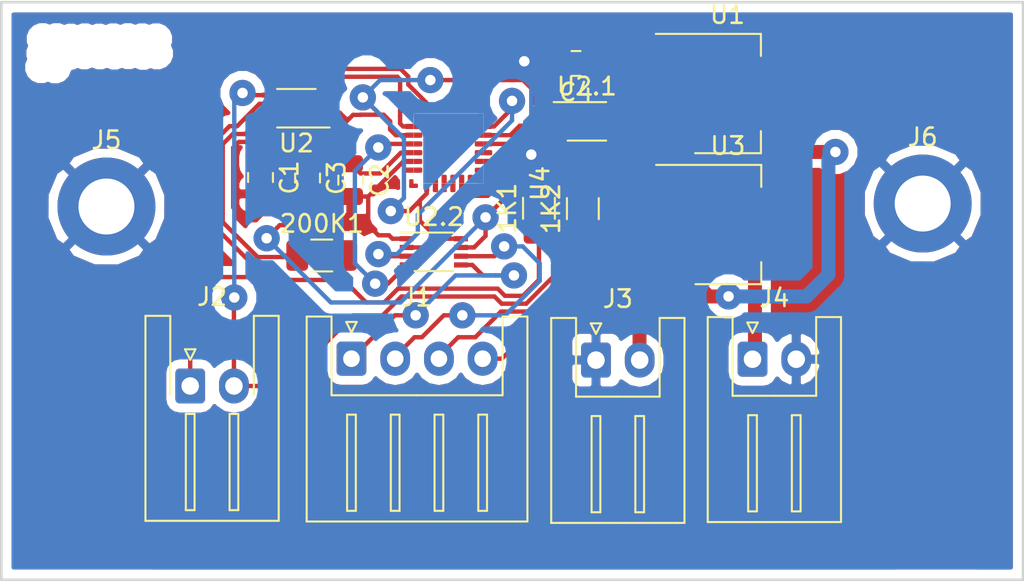
<source format=kicad_pcb>
(kicad_pcb (version 20171130) (host pcbnew 5.0.2-bee76a0~70~ubuntu16.04.1)

  (general
    (thickness 1.6)
    (drawings 6)
    (tracks 315)
    (zones 0)
    (modules 19)
    (nets 19)
  )

  (page A4)
  (layers
    (0 F.Cu signal)
    (31 B.Cu signal)
    (32 B.Adhes user)
    (33 F.Adhes user)
    (34 B.Paste user)
    (35 F.Paste user)
    (36 B.SilkS user)
    (37 F.SilkS user)
    (38 B.Mask user)
    (39 F.Mask user)
    (40 Dwgs.User user)
    (41 Cmts.User user)
    (42 Eco1.User user)
    (43 Eco2.User user)
    (44 Edge.Cuts user)
    (45 Margin user)
    (46 B.CrtYd user)
    (47 F.CrtYd user)
    (48 B.Fab user)
    (49 F.Fab user)
  )

  (setup
    (last_trace_width 0.25)
    (user_trace_width 0.3)
    (user_trace_width 0.4)
    (user_trace_width 0.5)
    (user_trace_width 0.6)
    (user_trace_width 0.7)
    (user_trace_width 0.8)
    (trace_clearance 0.2)
    (zone_clearance 0.508)
    (zone_45_only no)
    (trace_min 0.1)
    (segment_width 0.2)
    (edge_width 0.15)
    (via_size 0.8)
    (via_drill 0.4)
    (via_min_size 0.4)
    (via_min_drill 0.3)
    (user_via 1.5 0.6)
    (uvia_size 0.3)
    (uvia_drill 0.1)
    (uvias_allowed no)
    (uvia_min_size 0.2)
    (uvia_min_drill 0.1)
    (pcb_text_width 0.3)
    (pcb_text_size 1.5 1.5)
    (mod_edge_width 0.15)
    (mod_text_size 1 1)
    (mod_text_width 0.15)
    (pad_size 0.25 0.25)
    (pad_drill 0)
    (pad_to_mask_clearance 0.051)
    (solder_mask_min_width 0.25)
    (aux_axis_origin 0 0)
    (visible_elements FFFFF77F)
    (pcbplotparams
      (layerselection 0x010fc_ffffffff)
      (usegerberextensions false)
      (usegerberattributes false)
      (usegerberadvancedattributes false)
      (creategerberjobfile false)
      (excludeedgelayer true)
      (linewidth 0.100000)
      (plotframeref false)
      (viasonmask false)
      (mode 1)
      (useauxorigin false)
      (hpglpennumber 1)
      (hpglpenspeed 20)
      (hpglpendiameter 15.000000)
      (psnegative false)
      (psa4output false)
      (plotreference true)
      (plotvalue true)
      (plotinvisibletext false)
      (padsonsilk false)
      (subtractmaskfromsilk false)
      (outputformat 1)
      (mirror false)
      (drillshape 1)
      (scaleselection 1)
      (outputdirectory ""))
  )

  (net 0 "")
  (net 1 3.3V)
  (net 2 /SDA_3V3)
  (net 3 /SCL_3V3)
  (net 4 GND)
  (net 5 1.8V)
  (net 6 "Net-(C2-Pad1)")
  (net 7 /MISO_3V3)
  (net 8 /MOSI_3V3)
  (net 9 /nCS_3V3)
  (net 10 /SCLK_3V3)
  (net 11 5.0V)
  (net 12 /nCS_1V8)
  (net 13 /SCLK_1V8)
  (net 14 /MOSI_1V8)
  (net 15 /MISO_1V8)
  (net 16 /SCL_1V8)
  (net 17 "Net-(200K1-Pad1)")
  (net 18 /SDA_1V8)

  (net_class Default "This is the default net class."
    (clearance 0.2)
    (trace_width 0.25)
    (via_dia 0.8)
    (via_drill 0.4)
    (uvia_dia 0.3)
    (uvia_drill 0.1)
    (add_net /MISO_1V8)
    (add_net /MISO_3V3)
    (add_net /MOSI_1V8)
    (add_net /MOSI_3V3)
    (add_net /SCLK_1V8)
    (add_net /SCLK_3V3)
    (add_net /SCL_1V8)
    (add_net /SCL_3V3)
    (add_net /SDA_1V8)
    (add_net /SDA_3V3)
    (add_net /nCS_1V8)
    (add_net /nCS_3V3)
    (add_net 1.8V)
    (add_net 3.3V)
    (add_net 5.0V)
    (add_net GND)
    (add_net "Net-(200K1-Pad1)")
    (add_net "Net-(C2-Pad1)")
  )

  (module Sensor_Pressure:DEHA-LGA-24 (layer F.Cu) (tedit 5C1FC65D) (tstamp 5C1D48CC)
    (at 142.41 85.83 270)
    (path /5C0ED44F)
    (fp_text reference U4 (at 2 -5.25 270) (layer F.SilkS)
      (effects (font (size 1 1) (thickness 0.15)))
    )
    (fp_text value ICM-20789 (at 2 -6.25 270) (layer F.Fab)
      (effects (font (size 1 1) (thickness 0.15)))
    )
    (fp_line (start -2 -2) (end -1.75 -2) (layer F.SilkS) (width 0.01))
    (fp_line (start -2 1.75) (end -2 -2) (layer F.SilkS) (width 0.01))
    (fp_line (start -2 2) (end -2 1.75) (layer F.SilkS) (width 0.01))
    (fp_line (start 1.65 2) (end -2 2) (layer F.SilkS) (width 0.01))
    (fp_line (start 2 2) (end 1.65 2) (layer F.SilkS) (width 0.01))
    (fp_line (start 2 -1.7) (end 2 2) (layer F.SilkS) (width 0.01))
    (fp_line (start 2 -2) (end 2 -1.7) (layer F.SilkS) (width 0.01))
    (fp_line (start 1.7 -2) (end 2 -2) (layer F.SilkS) (width 0.01))
    (fp_line (start -1.8 -2) (end -1.6 -2) (layer F.SilkS) (width 0.01))
    (fp_line (start -2 1.8) (end -2 -1.7) (layer F.SilkS) (width 0.01))
    (fp_line (start 1.7 2) (end -1.8 2) (layer F.SilkS) (width 0.01))
    (fp_line (start 2 -1.7) (end 2 1.8) (layer F.SilkS) (width 0.01))
    (fp_line (start -1.6 -2) (end 1.7 -2) (layer F.SilkS) (width 0.01))
    (pad "" smd circle (at -0.98 -0.89 270) (size 0.25 0.25) (layers F.Cu F.Paste F.Mask))
    (pad "" smd roundrect (at -1.99373 -2.127346 90) (size 0.5 0.25) (layers F.Cu F.Paste F.Mask) (roundrect_rratio 0.25))
    (pad "" smd roundrect (at -2.12373 -2.007346) (size 0.5 0.25) (layers F.Cu F.Paste F.Mask) (roundrect_rratio 0.25))
    (pad "" smd roundrect (at -2 2.13 90) (size 0.5 0.25) (layers F.Cu F.Paste F.Mask) (roundrect_rratio 0.25))
    (pad "" smd roundrect (at -2.13 2 180) (size 0.5 0.25) (layers F.Cu F.Paste F.Mask) (roundrect_rratio 0.25))
    (pad "" smd roundrect (at 2.01 -2.13 270) (size 0.5 0.25) (layers F.Cu F.Paste F.Mask) (roundrect_rratio 0.25))
    (pad "" smd roundrect (at 2.13 -2) (size 0.5 0.25) (layers F.Cu F.Paste F.Mask) (roundrect_rratio 0.25))
    (pad "" smd roundrect (at 2.005221 2.126522 270) (size 0.5 0.25) (layers F.Cu F.Paste F.Mask) (roundrect_rratio 0.25))
    (pad "" smd roundrect (at 2.135221 1.996522 180) (size 0.5 0.25) (layers F.Cu F.Paste F.Mask) (roundrect_rratio 0.25))
    (pad 5 smd roundrect (at -2 0.75 270) (size 1 0.3) (layers F.Cu F.Paste F.Mask) (roundrect_rratio 0.25)
      (clearance 0.09))
    (pad 3 smd roundrect (at -2 -0.25 270) (size 1 0.3) (layers F.Cu F.Paste F.Mask) (roundrect_rratio 0.25)
      (clearance 0.09))
    (pad 2 smd roundrect (at -2 -0.75 270) (size 1 0.3) (layers F.Cu F.Paste F.Mask) (roundrect_rratio 0.25)
      (clearance 0.09))
    (pad 4 smd roundrect (at -2 0.25 270) (size 1 0.3) (layers F.Cu F.Paste F.Mask) (roundrect_rratio 0.25)
      (clearance 0.09))
    (pad 1 smd roundrect (at -2 -1.25 270) (size 1 0.3) (layers F.Cu F.Paste F.Mask) (roundrect_rratio 0.25)
      (clearance 0.09))
    (pad 6 smd roundrect (at -2 1.25 270) (size 1 0.3) (layers F.Cu F.Paste F.Mask) (roundrect_rratio 0.25)
      (net 18 /SDA_1V8) (clearance 0.09))
    (pad 12 smd roundrect (at 1.240959 2) (size 1 0.3) (layers F.Cu F.Paste F.Mask) (roundrect_rratio 0.25)
      (clearance 0.09))
    (pad 7 connect roundrect (at -1.259041 2) (size 1 0.3) (layers F.Cu F.Mask) (roundrect_rratio 0.25)
      (net 16 /SCL_1V8) (clearance 0.09))
    (pad 8 smd roundrect (at -0.759041 2) (size 1 0.3) (layers F.Cu F.Paste F.Mask) (roundrect_rratio 0.25)
      (net 5 1.8V) (clearance 0.09))
    (pad 11 smd roundrect (at 0.740959 2) (size 1 0.3) (layers F.Cu F.Paste F.Mask) (roundrect_rratio 0.25)
      (net 4 GND) (clearance 0.09))
    (pad 9 smd roundrect (at -0.259041 2) (size 1 0.3) (layers F.Cu F.Paste F.Mask) (roundrect_rratio 0.25)
      (net 15 /MISO_1V8) (clearance 0.09))
    (pad 10 smd roundrect (at 0.240959 2) (size 1 0.3) (layers F.Cu F.Paste F.Mask) (roundrect_rratio 0.25)
      (net 6 "Net-(C2-Pad1)") (clearance 0.09))
    (pad 13 smd roundrect (at 2 1.25 270) (size 1 0.3) (layers F.Cu F.Paste F.Mask) (roundrect_rratio 0.25)
      (net 5 1.8V) (clearance 0.09))
    (pad 14 smd roundrect (at 2 0.75 270) (size 1 0.3) (layers F.Cu F.Paste F.Mask) (roundrect_rratio 0.25)
      (clearance 0.09))
    (pad 15 smd roundrect (at 2 0.25 270) (size 1 0.3) (layers F.Cu F.Paste F.Mask) (roundrect_rratio 0.25)
      (clearance 0.09))
    (pad 16 smd roundrect (at 2 -0.25 270) (size 1 0.3) (layers F.Cu F.Paste F.Mask) (roundrect_rratio 0.25)
      (clearance 0.09))
    (pad 17 smd roundrect (at 2 -0.75 270) (size 1 0.3) (layers F.Cu F.Paste F.Mask) (roundrect_rratio 0.25)
      (clearance 0.09))
    (pad 18 smd roundrect (at 2 -1.25 270) (size 1 0.3) (layers F.Cu F.Paste F.Mask) (roundrect_rratio 0.25)
      (net 4 GND) (clearance 0.09))
    (pad 19 smd roundrect (at 1.25 -2) (size 1 0.3) (layers F.Cu F.Paste F.Mask) (roundrect_rratio 0.25)
      (clearance 0.1))
    (pad 20 smd roundrect (at 0.740959 -2) (size 1 0.3) (layers F.Cu F.Paste F.Mask) (roundrect_rratio 0.25)
      (net 4 GND) (clearance 0.09))
    (pad 21 smd roundrect (at 0.240959 -2) (size 1 0.3) (layers F.Cu F.Paste F.Mask) (roundrect_rratio 0.25)
      (clearance 0.09))
    (pad 22 smd roundrect (at -0.259041 -2) (size 1 0.3) (layers F.Cu F.Paste F.Mask) (roundrect_rratio 0.25)
      (net 12 /nCS_1V8) (clearance 0.09))
    (pad 23 smd roundrect (at -0.759041 -2) (size 1 0.3) (layers F.Cu F.Paste F.Mask) (roundrect_rratio 0.25)
      (net 13 /SCLK_1V8) (clearance 0.09))
    (pad 24 connect roundrect (at -1.259041 -2) (size 1 0.3) (layers F.Cu F.Mask) (roundrect_rratio 0.25)
      (net 14 /MOSI_1V8) (clearance 0.09))
  )

  (module Resistor_SMD:R_1206_3216Metric (layer F.Cu) (tedit 5B301BBD) (tstamp 5C1D16CE)
    (at 147.58 89.25 90)
    (descr "Resistor SMD 1206 (3216 Metric), square (rectangular) end terminal, IPC_7351 nominal, (Body size source: http://www.tortai-tech.com/upload/download/2011102023233369053.pdf), generated with kicad-footprint-generator")
    (tags resistor)
    (path /5C13C32E)
    (attr smd)
    (fp_text reference 1K1 (at 0 -1.82 90) (layer F.SilkS)
      (effects (font (size 1 1) (thickness 0.15)))
    )
    (fp_text value R3 (at 0 1.82 90) (layer F.Fab)
      (effects (font (size 1 1) (thickness 0.15)))
    )
    (fp_text user %R (at 0 0 90) (layer F.Fab)
      (effects (font (size 0.8 0.8) (thickness 0.12)))
    )
    (fp_line (start 2.28 1.12) (end -2.28 1.12) (layer F.CrtYd) (width 0.05))
    (fp_line (start 2.28 -1.12) (end 2.28 1.12) (layer F.CrtYd) (width 0.05))
    (fp_line (start -2.28 -1.12) (end 2.28 -1.12) (layer F.CrtYd) (width 0.05))
    (fp_line (start -2.28 1.12) (end -2.28 -1.12) (layer F.CrtYd) (width 0.05))
    (fp_line (start -0.602064 0.91) (end 0.602064 0.91) (layer F.SilkS) (width 0.12))
    (fp_line (start -0.602064 -0.91) (end 0.602064 -0.91) (layer F.SilkS) (width 0.12))
    (fp_line (start 1.6 0.8) (end -1.6 0.8) (layer F.Fab) (width 0.1))
    (fp_line (start 1.6 -0.8) (end 1.6 0.8) (layer F.Fab) (width 0.1))
    (fp_line (start -1.6 -0.8) (end 1.6 -0.8) (layer F.Fab) (width 0.1))
    (fp_line (start -1.6 0.8) (end -1.6 -0.8) (layer F.Fab) (width 0.1))
    (pad 2 smd roundrect (at 1.4 0 90) (size 1.25 1.75) (layers F.Cu F.Paste F.Mask) (roundrect_rratio 0.2)
      (net 1 3.3V))
    (pad 1 smd roundrect (at -1.4 0 90) (size 1.25 1.75) (layers F.Cu F.Paste F.Mask) (roundrect_rratio 0.2)
      (net 3 /SCL_3V3))
    (model ${KISYS3DMOD}/Resistor_SMD.3dshapes/R_1206_3216Metric.wrl
      (at (xyz 0 0 0))
      (scale (xyz 1 1 1))
      (rotate (xyz 0 0 0))
    )
  )

  (module Resistor_SMD:R_1206_3216Metric (layer F.Cu) (tedit 5B301BBD) (tstamp 5C1BCBD2)
    (at 150.09 89.27 90)
    (descr "Resistor SMD 1206 (3216 Metric), square (rectangular) end terminal, IPC_7351 nominal, (Body size source: http://www.tortai-tech.com/upload/download/2011102023233369053.pdf), generated with kicad-footprint-generator")
    (tags resistor)
    (path /5C13C5E0)
    (attr smd)
    (fp_text reference 1K2 (at 0 -1.82 90) (layer F.SilkS)
      (effects (font (size 1 1) (thickness 0.15)))
    )
    (fp_text value R2 (at 0 1.82 90) (layer F.Fab)
      (effects (font (size 1 1) (thickness 0.15)))
    )
    (fp_line (start -1.6 0.8) (end -1.6 -0.8) (layer F.Fab) (width 0.1))
    (fp_line (start -1.6 -0.8) (end 1.6 -0.8) (layer F.Fab) (width 0.1))
    (fp_line (start 1.6 -0.8) (end 1.6 0.8) (layer F.Fab) (width 0.1))
    (fp_line (start 1.6 0.8) (end -1.6 0.8) (layer F.Fab) (width 0.1))
    (fp_line (start -0.602064 -0.91) (end 0.602064 -0.91) (layer F.SilkS) (width 0.12))
    (fp_line (start -0.602064 0.91) (end 0.602064 0.91) (layer F.SilkS) (width 0.12))
    (fp_line (start -2.28 1.12) (end -2.28 -1.12) (layer F.CrtYd) (width 0.05))
    (fp_line (start -2.28 -1.12) (end 2.28 -1.12) (layer F.CrtYd) (width 0.05))
    (fp_line (start 2.28 -1.12) (end 2.28 1.12) (layer F.CrtYd) (width 0.05))
    (fp_line (start 2.28 1.12) (end -2.28 1.12) (layer F.CrtYd) (width 0.05))
    (fp_text user %R (at 0 0 270) (layer F.Fab)
      (effects (font (size 0.8 0.8) (thickness 0.12)))
    )
    (pad 1 smd roundrect (at -1.4 0 90) (size 1.25 1.75) (layers F.Cu F.Paste F.Mask) (roundrect_rratio 0.2)
      (net 2 /SDA_3V3))
    (pad 2 smd roundrect (at 1.4 0 90) (size 1.25 1.75) (layers F.Cu F.Paste F.Mask) (roundrect_rratio 0.2)
      (net 1 3.3V))
    (model ${KISYS3DMOD}/Resistor_SMD.3dshapes/R_1206_3216Metric.wrl
      (at (xyz 0 0 0))
      (scale (xyz 1 1 1))
      (rotate (xyz 0 0 0))
    )
  )

  (module Resistor_SMD:R_1206_3216Metric (layer F.Cu) (tedit 5B301BBD) (tstamp 5C1BE827)
    (at 135.16 91.95)
    (descr "Resistor SMD 1206 (3216 Metric), square (rectangular) end terminal, IPC_7351 nominal, (Body size source: http://www.tortai-tech.com/upload/download/2011102023233369053.pdf), generated with kicad-footprint-generator")
    (tags resistor)
    (path /5C13C6D1)
    (attr smd)
    (fp_text reference 200K1 (at 0 -1.82) (layer F.SilkS)
      (effects (font (size 1 1) (thickness 0.15)))
    )
    (fp_text value R4 (at 0 1.82) (layer F.Fab)
      (effects (font (size 1 1) (thickness 0.15)))
    )
    (fp_line (start -1.6 0.8) (end -1.6 -0.8) (layer F.Fab) (width 0.1))
    (fp_line (start -1.6 -0.8) (end 1.6 -0.8) (layer F.Fab) (width 0.1))
    (fp_line (start 1.6 -0.8) (end 1.6 0.8) (layer F.Fab) (width 0.1))
    (fp_line (start 1.6 0.8) (end -1.6 0.8) (layer F.Fab) (width 0.1))
    (fp_line (start -0.602064 -0.91) (end 0.602064 -0.91) (layer F.SilkS) (width 0.12))
    (fp_line (start -0.602064 0.91) (end 0.602064 0.91) (layer F.SilkS) (width 0.12))
    (fp_line (start -2.28 1.12) (end -2.28 -1.12) (layer F.CrtYd) (width 0.05))
    (fp_line (start -2.28 -1.12) (end 2.28 -1.12) (layer F.CrtYd) (width 0.05))
    (fp_line (start 2.28 -1.12) (end 2.28 1.12) (layer F.CrtYd) (width 0.05))
    (fp_line (start 2.28 1.12) (end -2.28 1.12) (layer F.CrtYd) (width 0.05))
    (fp_text user %R (at 0 0) (layer F.Fab)
      (effects (font (size 0.8 0.8) (thickness 0.12)))
    )
    (pad 1 smd roundrect (at -1.4 0) (size 1.25 1.75) (layers F.Cu F.Paste F.Mask) (roundrect_rratio 0.2)
      (net 17 "Net-(200K1-Pad1)"))
    (pad 2 smd roundrect (at 1.4 0) (size 1.25 1.75) (layers F.Cu F.Paste F.Mask) (roundrect_rratio 0.2)
      (net 1 3.3V))
    (model ${KISYS3DMOD}/Resistor_SMD.3dshapes/R_1206_3216Metric.wrl
      (at (xyz 0 0 0))
      (scale (xyz 1 1 1))
      (rotate (xyz 0 0 0))
    )
  )

  (module Capacitor_SMD:C_0805_2012Metric (layer F.Cu) (tedit 5B36C52B) (tstamp 5C20EBA2)
    (at 131.66 87.49 270)
    (descr "Capacitor SMD 0805 (2012 Metric), square (rectangular) end terminal, IPC_7351 nominal, (Body size source: https://docs.google.com/spreadsheets/d/1BsfQQcO9C6DZCsRaXUlFlo91Tg2WpOkGARC1WS5S8t0/edit?usp=sharing), generated with kicad-footprint-generator")
    (tags capacitor)
    (path /5C156DDC)
    (attr smd)
    (fp_text reference C1 (at 0 -1.65 270) (layer F.SilkS)
      (effects (font (size 1 1) (thickness 0.15)))
    )
    (fp_text value 10nF (at 0 1.65 270) (layer F.Fab)
      (effects (font (size 1 1) (thickness 0.15)))
    )
    (fp_text user %R (at 0 0 270) (layer F.Fab)
      (effects (font (size 0.5 0.5) (thickness 0.08)))
    )
    (fp_line (start 1.68 0.95) (end -1.68 0.95) (layer F.CrtYd) (width 0.05))
    (fp_line (start 1.68 -0.95) (end 1.68 0.95) (layer F.CrtYd) (width 0.05))
    (fp_line (start -1.68 -0.95) (end 1.68 -0.95) (layer F.CrtYd) (width 0.05))
    (fp_line (start -1.68 0.95) (end -1.68 -0.95) (layer F.CrtYd) (width 0.05))
    (fp_line (start -0.258578 0.71) (end 0.258578 0.71) (layer F.SilkS) (width 0.12))
    (fp_line (start -0.258578 -0.71) (end 0.258578 -0.71) (layer F.SilkS) (width 0.12))
    (fp_line (start 1 0.6) (end -1 0.6) (layer F.Fab) (width 0.1))
    (fp_line (start 1 -0.6) (end 1 0.6) (layer F.Fab) (width 0.1))
    (fp_line (start -1 -0.6) (end 1 -0.6) (layer F.Fab) (width 0.1))
    (fp_line (start -1 0.6) (end -1 -0.6) (layer F.Fab) (width 0.1))
    (pad 2 smd roundrect (at 0.9375 0 270) (size 0.975 1.4) (layers F.Cu F.Paste F.Mask) (roundrect_rratio 0.25)
      (net 4 GND))
    (pad 1 smd roundrect (at -0.9375 0 270) (size 0.975 1.4) (layers F.Cu F.Paste F.Mask) (roundrect_rratio 0.25)
      (net 5 1.8V))
    (model ${KISYS3DMOD}/Capacitor_SMD.3dshapes/C_0805_2012Metric.wrl
      (at (xyz 0 0 0))
      (scale (xyz 1 1 1))
      (rotate (xyz 0 0 0))
    )
  )

  (module Capacitor_SMD:C_0805_2012Metric (layer F.Cu) (tedit 5B36C52B) (tstamp 5C1BEA8B)
    (at 136.82 87.64 270)
    (descr "Capacitor SMD 0805 (2012 Metric), square (rectangular) end terminal, IPC_7351 nominal, (Body size source: https://docs.google.com/spreadsheets/d/1BsfQQcO9C6DZCsRaXUlFlo91Tg2WpOkGARC1WS5S8t0/edit?usp=sharing), generated with kicad-footprint-generator")
    (tags capacitor)
    (path /5C0F2A64)
    (attr smd)
    (fp_text reference C2 (at 0 -1.65 270) (layer F.SilkS)
      (effects (font (size 1 1) (thickness 0.15)))
    )
    (fp_text value 100nF (at 0 1.65 270) (layer F.Fab)
      (effects (font (size 1 1) (thickness 0.15)))
    )
    (fp_line (start -1 0.6) (end -1 -0.6) (layer F.Fab) (width 0.1))
    (fp_line (start -1 -0.6) (end 1 -0.6) (layer F.Fab) (width 0.1))
    (fp_line (start 1 -0.6) (end 1 0.6) (layer F.Fab) (width 0.1))
    (fp_line (start 1 0.6) (end -1 0.6) (layer F.Fab) (width 0.1))
    (fp_line (start -0.258578 -0.71) (end 0.258578 -0.71) (layer F.SilkS) (width 0.12))
    (fp_line (start -0.258578 0.71) (end 0.258578 0.71) (layer F.SilkS) (width 0.12))
    (fp_line (start -1.68 0.95) (end -1.68 -0.95) (layer F.CrtYd) (width 0.05))
    (fp_line (start -1.68 -0.95) (end 1.68 -0.95) (layer F.CrtYd) (width 0.05))
    (fp_line (start 1.68 -0.95) (end 1.68 0.95) (layer F.CrtYd) (width 0.05))
    (fp_line (start 1.68 0.95) (end -1.68 0.95) (layer F.CrtYd) (width 0.05))
    (fp_text user %R (at 0 0 270) (layer F.Fab)
      (effects (font (size 0.5 0.5) (thickness 0.08)))
    )
    (pad 1 smd roundrect (at -0.9375 0 270) (size 0.975 1.4) (layers F.Cu F.Paste F.Mask) (roundrect_rratio 0.25)
      (net 6 "Net-(C2-Pad1)"))
    (pad 2 smd roundrect (at 0.9375 0 270) (size 0.975 1.4) (layers F.Cu F.Paste F.Mask) (roundrect_rratio 0.25)
      (net 4 GND))
    (model ${KISYS3DMOD}/Capacitor_SMD.3dshapes/C_0805_2012Metric.wrl
      (at (xyz 0 0 0))
      (scale (xyz 1 1 1))
      (rotate (xyz 0 0 0))
    )
  )

  (module Capacitor_SMD:C_0805_2012Metric (layer F.Cu) (tedit 5B36C52B) (tstamp 5C1BE491)
    (at 134.35 87.52 270)
    (descr "Capacitor SMD 0805 (2012 Metric), square (rectangular) end terminal, IPC_7351 nominal, (Body size source: https://docs.google.com/spreadsheets/d/1BsfQQcO9C6DZCsRaXUlFlo91Tg2WpOkGARC1WS5S8t0/edit?usp=sharing), generated with kicad-footprint-generator")
    (tags capacitor)
    (path /5C13EE7C)
    (attr smd)
    (fp_text reference C3 (at 0 -1.65 270) (layer F.SilkS)
      (effects (font (size 1 1) (thickness 0.15)))
    )
    (fp_text value 100nF (at 0 1.65 270) (layer F.Fab)
      (effects (font (size 1 1) (thickness 0.15)))
    )
    (fp_line (start -1 0.6) (end -1 -0.6) (layer F.Fab) (width 0.1))
    (fp_line (start -1 -0.6) (end 1 -0.6) (layer F.Fab) (width 0.1))
    (fp_line (start 1 -0.6) (end 1 0.6) (layer F.Fab) (width 0.1))
    (fp_line (start 1 0.6) (end -1 0.6) (layer F.Fab) (width 0.1))
    (fp_line (start -0.258578 -0.71) (end 0.258578 -0.71) (layer F.SilkS) (width 0.12))
    (fp_line (start -0.258578 0.71) (end 0.258578 0.71) (layer F.SilkS) (width 0.12))
    (fp_line (start -1.68 0.95) (end -1.68 -0.95) (layer F.CrtYd) (width 0.05))
    (fp_line (start -1.68 -0.95) (end 1.68 -0.95) (layer F.CrtYd) (width 0.05))
    (fp_line (start 1.68 -0.95) (end 1.68 0.95) (layer F.CrtYd) (width 0.05))
    (fp_line (start 1.68 0.95) (end -1.68 0.95) (layer F.CrtYd) (width 0.05))
    (fp_text user %R (at 0 0 270) (layer F.Fab)
      (effects (font (size 0.5 0.5) (thickness 0.08)))
    )
    (pad 1 smd roundrect (at -0.9375 0 270) (size 0.975 1.4) (layers F.Cu F.Paste F.Mask) (roundrect_rratio 0.25)
      (net 5 1.8V))
    (pad 2 smd roundrect (at 0.9375 0 270) (size 0.975 1.4) (layers F.Cu F.Paste F.Mask) (roundrect_rratio 0.25)
      (net 4 GND))
    (model ${KISYS3DMOD}/Capacitor_SMD.3dshapes/C_0805_2012Metric.wrl
      (at (xyz 0 0 0))
      (scale (xyz 1 1 1))
      (rotate (xyz 0 0 0))
    )
  )

  (module Connector_JST:JST_XH_S04B-XH-A_1x04_P2.50mm_Horizontal (layer F.Cu) (tedit 5B775209) (tstamp 5C1B98E1)
    (at 136.86 97.85)
    (descr "JST XH series connector, S04B-XH-A (http://www.jst-mfg.com/product/pdf/eng/eXH.pdf), generated with kicad-footprint-generator")
    (tags "connector JST XH top entry")
    (path /5C14C01B)
    (fp_text reference J1 (at 3.75 -3.5) (layer F.SilkS)
      (effects (font (size 1 1) (thickness 0.15)))
    )
    (fp_text value SPI (at 3.75 10.4) (layer F.Fab)
      (effects (font (size 1 1) (thickness 0.15)))
    )
    (fp_line (start -2.95 -2.8) (end -2.95 9.7) (layer F.CrtYd) (width 0.05))
    (fp_line (start -2.95 9.7) (end 10.45 9.7) (layer F.CrtYd) (width 0.05))
    (fp_line (start 10.45 9.7) (end 10.45 -2.8) (layer F.CrtYd) (width 0.05))
    (fp_line (start 10.45 -2.8) (end -2.95 -2.8) (layer F.CrtYd) (width 0.05))
    (fp_line (start 3.75 9.31) (end -2.56 9.31) (layer F.SilkS) (width 0.12))
    (fp_line (start -2.56 9.31) (end -2.56 -2.41) (layer F.SilkS) (width 0.12))
    (fp_line (start -2.56 -2.41) (end -1.14 -2.41) (layer F.SilkS) (width 0.12))
    (fp_line (start -1.14 -2.41) (end -1.14 2.09) (layer F.SilkS) (width 0.12))
    (fp_line (start -1.14 2.09) (end 3.75 2.09) (layer F.SilkS) (width 0.12))
    (fp_line (start 3.75 9.31) (end 10.06 9.31) (layer F.SilkS) (width 0.12))
    (fp_line (start 10.06 9.31) (end 10.06 -2.41) (layer F.SilkS) (width 0.12))
    (fp_line (start 10.06 -2.41) (end 8.64 -2.41) (layer F.SilkS) (width 0.12))
    (fp_line (start 8.64 -2.41) (end 8.64 2.09) (layer F.SilkS) (width 0.12))
    (fp_line (start 8.64 2.09) (end 3.75 2.09) (layer F.SilkS) (width 0.12))
    (fp_line (start 3.75 9.2) (end -2.45 9.2) (layer F.Fab) (width 0.1))
    (fp_line (start -2.45 9.2) (end -2.45 -2.3) (layer F.Fab) (width 0.1))
    (fp_line (start -2.45 -2.3) (end -1.25 -2.3) (layer F.Fab) (width 0.1))
    (fp_line (start -1.25 -2.3) (end -1.25 2.2) (layer F.Fab) (width 0.1))
    (fp_line (start -1.25 2.2) (end 3.75 2.2) (layer F.Fab) (width 0.1))
    (fp_line (start 3.75 9.2) (end 9.95 9.2) (layer F.Fab) (width 0.1))
    (fp_line (start 9.95 9.2) (end 9.95 -2.3) (layer F.Fab) (width 0.1))
    (fp_line (start 9.95 -2.3) (end 8.75 -2.3) (layer F.Fab) (width 0.1))
    (fp_line (start 8.75 -2.3) (end 8.75 2.2) (layer F.Fab) (width 0.1))
    (fp_line (start 8.75 2.2) (end 3.75 2.2) (layer F.Fab) (width 0.1))
    (fp_line (start -0.25 3.2) (end -0.25 8.7) (layer F.SilkS) (width 0.12))
    (fp_line (start -0.25 8.7) (end 0.25 8.7) (layer F.SilkS) (width 0.12))
    (fp_line (start 0.25 8.7) (end 0.25 3.2) (layer F.SilkS) (width 0.12))
    (fp_line (start 0.25 3.2) (end -0.25 3.2) (layer F.SilkS) (width 0.12))
    (fp_line (start 2.25 3.2) (end 2.25 8.7) (layer F.SilkS) (width 0.12))
    (fp_line (start 2.25 8.7) (end 2.75 8.7) (layer F.SilkS) (width 0.12))
    (fp_line (start 2.75 8.7) (end 2.75 3.2) (layer F.SilkS) (width 0.12))
    (fp_line (start 2.75 3.2) (end 2.25 3.2) (layer F.SilkS) (width 0.12))
    (fp_line (start 4.75 3.2) (end 4.75 8.7) (layer F.SilkS) (width 0.12))
    (fp_line (start 4.75 8.7) (end 5.25 8.7) (layer F.SilkS) (width 0.12))
    (fp_line (start 5.25 8.7) (end 5.25 3.2) (layer F.SilkS) (width 0.12))
    (fp_line (start 5.25 3.2) (end 4.75 3.2) (layer F.SilkS) (width 0.12))
    (fp_line (start 7.25 3.2) (end 7.25 8.7) (layer F.SilkS) (width 0.12))
    (fp_line (start 7.25 8.7) (end 7.75 8.7) (layer F.SilkS) (width 0.12))
    (fp_line (start 7.75 8.7) (end 7.75 3.2) (layer F.SilkS) (width 0.12))
    (fp_line (start 7.75 3.2) (end 7.25 3.2) (layer F.SilkS) (width 0.12))
    (fp_line (start 0 -1.5) (end -0.3 -2.1) (layer F.SilkS) (width 0.12))
    (fp_line (start -0.3 -2.1) (end 0.3 -2.1) (layer F.SilkS) (width 0.12))
    (fp_line (start 0.3 -2.1) (end 0 -1.5) (layer F.SilkS) (width 0.12))
    (fp_line (start -0.625 2.2) (end 0 1.2) (layer F.Fab) (width 0.1))
    (fp_line (start 0 1.2) (end 0.625 2.2) (layer F.Fab) (width 0.1))
    (fp_text user %R (at 3.75 3.45) (layer F.Fab)
      (effects (font (size 1 1) (thickness 0.15)))
    )
    (pad 1 thru_hole roundrect (at 0 0) (size 1.7 1.95) (drill 0.95) (layers *.Cu *.Mask) (roundrect_rratio 0.147059)
      (net 7 /MISO_3V3))
    (pad 2 thru_hole oval (at 2.5 0) (size 1.7 1.95) (drill 0.95) (layers *.Cu *.Mask)
      (net 8 /MOSI_3V3))
    (pad 3 thru_hole oval (at 5 0) (size 1.7 1.95) (drill 0.95) (layers *.Cu *.Mask)
      (net 9 /nCS_3V3))
    (pad 4 thru_hole oval (at 7.5 0) (size 1.7 1.95) (drill 0.95) (layers *.Cu *.Mask)
      (net 10 /SCLK_3V3))
    (model ${KISYS3DMOD}/Connector_JST.3dshapes/JST_XH_S04B-XH-A_1x04_P2.50mm_Horizontal.wrl
      (at (xyz 0 0 0))
      (scale (xyz 1 1 1))
      (rotate (xyz 0 0 0))
    )
  )

  (module Connector_JST:JST_XH_S02B-XH-A-1_1x02_P2.50mm_Horizontal (layer F.Cu) (tedit 5B77520A) (tstamp 5C1B990B)
    (at 127.64 99.41)
    (descr "JST XH series connector, S02B-XH-A-1 (http://www.jst-mfg.com/product/pdf/eng/eXH.pdf), generated with kicad-footprint-generator")
    (tags "connector JST XH top entry")
    (path /5C0E9C71)
    (fp_text reference J2 (at 1.25 -5.1) (layer F.SilkS)
      (effects (font (size 1 1) (thickness 0.15)))
    )
    (fp_text value I2C (at 1.25 8.8) (layer F.Fab)
      (effects (font (size 1 1) (thickness 0.15)))
    )
    (fp_line (start -2.95 -4.4) (end -2.95 8.1) (layer F.CrtYd) (width 0.05))
    (fp_line (start -2.95 8.1) (end 5.45 8.1) (layer F.CrtYd) (width 0.05))
    (fp_line (start 5.45 8.1) (end 5.45 -4.4) (layer F.CrtYd) (width 0.05))
    (fp_line (start 5.45 -4.4) (end -2.95 -4.4) (layer F.CrtYd) (width 0.05))
    (fp_line (start 1.25 7.71) (end -2.56 7.71) (layer F.SilkS) (width 0.12))
    (fp_line (start -2.56 7.71) (end -2.56 -4.01) (layer F.SilkS) (width 0.12))
    (fp_line (start -2.56 -4.01) (end -1.14 -4.01) (layer F.SilkS) (width 0.12))
    (fp_line (start -1.14 -4.01) (end -1.14 0.49) (layer F.SilkS) (width 0.12))
    (fp_line (start 1.25 7.71) (end 5.06 7.71) (layer F.SilkS) (width 0.12))
    (fp_line (start 5.06 7.71) (end 5.06 -4.01) (layer F.SilkS) (width 0.12))
    (fp_line (start 5.06 -4.01) (end 3.64 -4.01) (layer F.SilkS) (width 0.12))
    (fp_line (start 3.64 -4.01) (end 3.64 0.49) (layer F.SilkS) (width 0.12))
    (fp_line (start 1.25 7.6) (end -2.45 7.6) (layer F.Fab) (width 0.1))
    (fp_line (start -2.45 7.6) (end -2.45 -3.9) (layer F.Fab) (width 0.1))
    (fp_line (start -2.45 -3.9) (end -1.25 -3.9) (layer F.Fab) (width 0.1))
    (fp_line (start -1.25 -3.9) (end -1.25 0.6) (layer F.Fab) (width 0.1))
    (fp_line (start -1.25 0.6) (end 1.25 0.6) (layer F.Fab) (width 0.1))
    (fp_line (start 1.25 7.6) (end 4.95 7.6) (layer F.Fab) (width 0.1))
    (fp_line (start 4.95 7.6) (end 4.95 -3.9) (layer F.Fab) (width 0.1))
    (fp_line (start 4.95 -3.9) (end 3.75 -3.9) (layer F.Fab) (width 0.1))
    (fp_line (start 3.75 -3.9) (end 3.75 0.6) (layer F.Fab) (width 0.1))
    (fp_line (start 3.75 0.6) (end 1.25 0.6) (layer F.Fab) (width 0.1))
    (fp_line (start -0.25 1.6) (end -0.25 7.1) (layer F.SilkS) (width 0.12))
    (fp_line (start -0.25 7.1) (end 0.25 7.1) (layer F.SilkS) (width 0.12))
    (fp_line (start 0.25 7.1) (end 0.25 1.6) (layer F.SilkS) (width 0.12))
    (fp_line (start 0.25 1.6) (end -0.25 1.6) (layer F.SilkS) (width 0.12))
    (fp_line (start 2.25 1.6) (end 2.25 7.1) (layer F.SilkS) (width 0.12))
    (fp_line (start 2.25 7.1) (end 2.75 7.1) (layer F.SilkS) (width 0.12))
    (fp_line (start 2.75 7.1) (end 2.75 1.6) (layer F.SilkS) (width 0.12))
    (fp_line (start 2.75 1.6) (end 2.25 1.6) (layer F.SilkS) (width 0.12))
    (fp_line (start 0 -1.5) (end -0.3 -2.1) (layer F.SilkS) (width 0.12))
    (fp_line (start -0.3 -2.1) (end 0.3 -2.1) (layer F.SilkS) (width 0.12))
    (fp_line (start 0.3 -2.1) (end 0 -1.5) (layer F.SilkS) (width 0.12))
    (fp_line (start -0.625 0.6) (end 0 -0.4) (layer F.Fab) (width 0.1))
    (fp_line (start 0 -0.4) (end 0.625 0.6) (layer F.Fab) (width 0.1))
    (fp_text user %R (at 1.25 1.85) (layer F.Fab)
      (effects (font (size 1 1) (thickness 0.15)))
    )
    (pad 1 thru_hole roundrect (at 0 0) (size 1.7 2) (drill 1) (layers *.Cu *.Mask) (roundrect_rratio 0.147059)
      (net 3 /SCL_3V3))
    (pad 2 thru_hole oval (at 2.5 0) (size 1.7 2) (drill 1) (layers *.Cu *.Mask)
      (net 2 /SDA_3V3))
    (model ${KISYS3DMOD}/Connector_JST.3dshapes/JST_XH_S02B-XH-A-1_1x02_P2.50mm_Horizontal.wrl
      (at (xyz 0 0 0))
      (scale (xyz 1 1 1))
      (rotate (xyz 0 0 0))
    )
  )

  (module Connector_JST:JST_XH_S02B-XH-A_1x02_P2.50mm_Horizontal (layer F.Cu) (tedit 5B775209) (tstamp 5C1B9937)
    (at 150.84 97.93)
    (descr "JST XH series connector, S02B-XH-A (http://www.jst-mfg.com/product/pdf/eng/eXH.pdf), generated with kicad-footprint-generator")
    (tags "connector JST XH top entry")
    (path /5C0E99E2)
    (fp_text reference J3 (at 1.25 -3.5) (layer F.SilkS)
      (effects (font (size 1 1) (thickness 0.15)))
    )
    (fp_text value 5.0V (at 1.25 10.4) (layer F.Fab)
      (effects (font (size 1 1) (thickness 0.15)))
    )
    (fp_text user %R (at 1.25 3.45) (layer F.Fab)
      (effects (font (size 1 1) (thickness 0.15)))
    )
    (fp_line (start 0 1.2) (end 0.625 2.2) (layer F.Fab) (width 0.1))
    (fp_line (start -0.625 2.2) (end 0 1.2) (layer F.Fab) (width 0.1))
    (fp_line (start 0.3 -2.1) (end 0 -1.5) (layer F.SilkS) (width 0.12))
    (fp_line (start -0.3 -2.1) (end 0.3 -2.1) (layer F.SilkS) (width 0.12))
    (fp_line (start 0 -1.5) (end -0.3 -2.1) (layer F.SilkS) (width 0.12))
    (fp_line (start 2.75 3.2) (end 2.25 3.2) (layer F.SilkS) (width 0.12))
    (fp_line (start 2.75 8.7) (end 2.75 3.2) (layer F.SilkS) (width 0.12))
    (fp_line (start 2.25 8.7) (end 2.75 8.7) (layer F.SilkS) (width 0.12))
    (fp_line (start 2.25 3.2) (end 2.25 8.7) (layer F.SilkS) (width 0.12))
    (fp_line (start 0.25 3.2) (end -0.25 3.2) (layer F.SilkS) (width 0.12))
    (fp_line (start 0.25 8.7) (end 0.25 3.2) (layer F.SilkS) (width 0.12))
    (fp_line (start -0.25 8.7) (end 0.25 8.7) (layer F.SilkS) (width 0.12))
    (fp_line (start -0.25 3.2) (end -0.25 8.7) (layer F.SilkS) (width 0.12))
    (fp_line (start 3.75 2.2) (end 1.25 2.2) (layer F.Fab) (width 0.1))
    (fp_line (start 3.75 -2.3) (end 3.75 2.2) (layer F.Fab) (width 0.1))
    (fp_line (start 4.95 -2.3) (end 3.75 -2.3) (layer F.Fab) (width 0.1))
    (fp_line (start 4.95 9.2) (end 4.95 -2.3) (layer F.Fab) (width 0.1))
    (fp_line (start 1.25 9.2) (end 4.95 9.2) (layer F.Fab) (width 0.1))
    (fp_line (start -1.25 2.2) (end 1.25 2.2) (layer F.Fab) (width 0.1))
    (fp_line (start -1.25 -2.3) (end -1.25 2.2) (layer F.Fab) (width 0.1))
    (fp_line (start -2.45 -2.3) (end -1.25 -2.3) (layer F.Fab) (width 0.1))
    (fp_line (start -2.45 9.2) (end -2.45 -2.3) (layer F.Fab) (width 0.1))
    (fp_line (start 1.25 9.2) (end -2.45 9.2) (layer F.Fab) (width 0.1))
    (fp_line (start 3.64 2.09) (end 1.25 2.09) (layer F.SilkS) (width 0.12))
    (fp_line (start 3.64 -2.41) (end 3.64 2.09) (layer F.SilkS) (width 0.12))
    (fp_line (start 5.06 -2.41) (end 3.64 -2.41) (layer F.SilkS) (width 0.12))
    (fp_line (start 5.06 9.31) (end 5.06 -2.41) (layer F.SilkS) (width 0.12))
    (fp_line (start 1.25 9.31) (end 5.06 9.31) (layer F.SilkS) (width 0.12))
    (fp_line (start -1.14 2.09) (end 1.25 2.09) (layer F.SilkS) (width 0.12))
    (fp_line (start -1.14 -2.41) (end -1.14 2.09) (layer F.SilkS) (width 0.12))
    (fp_line (start -2.56 -2.41) (end -1.14 -2.41) (layer F.SilkS) (width 0.12))
    (fp_line (start -2.56 9.31) (end -2.56 -2.41) (layer F.SilkS) (width 0.12))
    (fp_line (start 1.25 9.31) (end -2.56 9.31) (layer F.SilkS) (width 0.12))
    (fp_line (start 5.45 -2.8) (end -2.95 -2.8) (layer F.CrtYd) (width 0.05))
    (fp_line (start 5.45 9.7) (end 5.45 -2.8) (layer F.CrtYd) (width 0.05))
    (fp_line (start -2.95 9.7) (end 5.45 9.7) (layer F.CrtYd) (width 0.05))
    (fp_line (start -2.95 -2.8) (end -2.95 9.7) (layer F.CrtYd) (width 0.05))
    (pad 2 thru_hole oval (at 2.5 0) (size 1.7 2) (drill 1) (layers *.Cu *.Mask)
      (net 11 5.0V))
    (pad 1 thru_hole roundrect (at 0 0) (size 1.7 2) (drill 1) (layers *.Cu *.Mask) (roundrect_rratio 0.147059)
      (net 4 GND))
    (model ${KISYS3DMOD}/Connector_JST.3dshapes/JST_XH_S02B-XH-A_1x02_P2.50mm_Horizontal.wrl
      (at (xyz 0 0 0))
      (scale (xyz 1 1 1))
      (rotate (xyz 0 0 0))
    )
  )

  (module Connector_JST:JST_XH_S02B-XH-A_1x02_P2.50mm_Horizontal (layer F.Cu) (tedit 5B775209) (tstamp 5C1BBE8B)
    (at 159.79 97.88)
    (descr "JST XH series connector, S02B-XH-A (http://www.jst-mfg.com/product/pdf/eng/eXH.pdf), generated with kicad-footprint-generator")
    (tags "connector JST XH top entry")
    (path /5C0E9ACE)
    (fp_text reference J4 (at 1.25 -3.5) (layer F.SilkS)
      (effects (font (size 1 1) (thickness 0.15)))
    )
    (fp_text value 3.3V (at 1.25 10.4) (layer F.Fab)
      (effects (font (size 1 1) (thickness 0.15)))
    )
    (fp_line (start -2.95 -2.8) (end -2.95 9.7) (layer F.CrtYd) (width 0.05))
    (fp_line (start -2.95 9.7) (end 5.45 9.7) (layer F.CrtYd) (width 0.05))
    (fp_line (start 5.45 9.7) (end 5.45 -2.8) (layer F.CrtYd) (width 0.05))
    (fp_line (start 5.45 -2.8) (end -2.95 -2.8) (layer F.CrtYd) (width 0.05))
    (fp_line (start 1.25 9.31) (end -2.56 9.31) (layer F.SilkS) (width 0.12))
    (fp_line (start -2.56 9.31) (end -2.56 -2.41) (layer F.SilkS) (width 0.12))
    (fp_line (start -2.56 -2.41) (end -1.14 -2.41) (layer F.SilkS) (width 0.12))
    (fp_line (start -1.14 -2.41) (end -1.14 2.09) (layer F.SilkS) (width 0.12))
    (fp_line (start -1.14 2.09) (end 1.25 2.09) (layer F.SilkS) (width 0.12))
    (fp_line (start 1.25 9.31) (end 5.06 9.31) (layer F.SilkS) (width 0.12))
    (fp_line (start 5.06 9.31) (end 5.06 -2.41) (layer F.SilkS) (width 0.12))
    (fp_line (start 5.06 -2.41) (end 3.64 -2.41) (layer F.SilkS) (width 0.12))
    (fp_line (start 3.64 -2.41) (end 3.64 2.09) (layer F.SilkS) (width 0.12))
    (fp_line (start 3.64 2.09) (end 1.25 2.09) (layer F.SilkS) (width 0.12))
    (fp_line (start 1.25 9.2) (end -2.45 9.2) (layer F.Fab) (width 0.1))
    (fp_line (start -2.45 9.2) (end -2.45 -2.3) (layer F.Fab) (width 0.1))
    (fp_line (start -2.45 -2.3) (end -1.25 -2.3) (layer F.Fab) (width 0.1))
    (fp_line (start -1.25 -2.3) (end -1.25 2.2) (layer F.Fab) (width 0.1))
    (fp_line (start -1.25 2.2) (end 1.25 2.2) (layer F.Fab) (width 0.1))
    (fp_line (start 1.25 9.2) (end 4.95 9.2) (layer F.Fab) (width 0.1))
    (fp_line (start 4.95 9.2) (end 4.95 -2.3) (layer F.Fab) (width 0.1))
    (fp_line (start 4.95 -2.3) (end 3.75 -2.3) (layer F.Fab) (width 0.1))
    (fp_line (start 3.75 -2.3) (end 3.75 2.2) (layer F.Fab) (width 0.1))
    (fp_line (start 3.75 2.2) (end 1.25 2.2) (layer F.Fab) (width 0.1))
    (fp_line (start -0.25 3.2) (end -0.25 8.7) (layer F.SilkS) (width 0.12))
    (fp_line (start -0.25 8.7) (end 0.25 8.7) (layer F.SilkS) (width 0.12))
    (fp_line (start 0.25 8.7) (end 0.25 3.2) (layer F.SilkS) (width 0.12))
    (fp_line (start 0.25 3.2) (end -0.25 3.2) (layer F.SilkS) (width 0.12))
    (fp_line (start 2.25 3.2) (end 2.25 8.7) (layer F.SilkS) (width 0.12))
    (fp_line (start 2.25 8.7) (end 2.75 8.7) (layer F.SilkS) (width 0.12))
    (fp_line (start 2.75 8.7) (end 2.75 3.2) (layer F.SilkS) (width 0.12))
    (fp_line (start 2.75 3.2) (end 2.25 3.2) (layer F.SilkS) (width 0.12))
    (fp_line (start 0 -1.5) (end -0.3 -2.1) (layer F.SilkS) (width 0.12))
    (fp_line (start -0.3 -2.1) (end 0.3 -2.1) (layer F.SilkS) (width 0.12))
    (fp_line (start 0.3 -2.1) (end 0 -1.5) (layer F.SilkS) (width 0.12))
    (fp_line (start -0.625 2.2) (end 0 1.2) (layer F.Fab) (width 0.1))
    (fp_line (start 0 1.2) (end 0.625 2.2) (layer F.Fab) (width 0.1))
    (fp_text user %R (at 1.25 3.45) (layer F.Fab)
      (effects (font (size 1 1) (thickness 0.15)))
    )
    (pad 1 thru_hole roundrect (at 0 0) (size 1.7 2) (drill 1) (layers *.Cu *.Mask) (roundrect_rratio 0.147059)
      (net 1 3.3V))
    (pad 2 thru_hole oval (at 2.5 0) (size 1.7 2) (drill 1) (layers *.Cu *.Mask)
      (net 4 GND))
    (model ${KISYS3DMOD}/Connector_JST.3dshapes/JST_XH_S02B-XH-A_1x02_P2.50mm_Horizontal.wrl
      (at (xyz 0 0 0))
      (scale (xyz 1 1 1))
      (rotate (xyz 0 0 0))
    )
  )

  (module Package_TO_SOT_SMD:SOT-223-3_TabPin2 (layer F.Cu) (tedit 5A02FF57) (tstamp 5C1B9979)
    (at 158.36 82.69)
    (descr "module CMS SOT223 4 pins")
    (tags "CMS SOT")
    (path /5C0E9747)
    (attr smd)
    (fp_text reference U1 (at 0 -4.5) (layer F.SilkS)
      (effects (font (size 1 1) (thickness 0.15)))
    )
    (fp_text value AMS1117-1.8 (at 0 4.5) (layer F.Fab)
      (effects (font (size 1 1) (thickness 0.15)))
    )
    (fp_text user %R (at 0 0 -270) (layer F.Fab)
      (effects (font (size 0.8 0.8) (thickness 0.12)))
    )
    (fp_line (start 1.91 3.41) (end 1.91 2.15) (layer F.SilkS) (width 0.12))
    (fp_line (start 1.91 -3.41) (end 1.91 -2.15) (layer F.SilkS) (width 0.12))
    (fp_line (start 4.4 -3.6) (end -4.4 -3.6) (layer F.CrtYd) (width 0.05))
    (fp_line (start 4.4 3.6) (end 4.4 -3.6) (layer F.CrtYd) (width 0.05))
    (fp_line (start -4.4 3.6) (end 4.4 3.6) (layer F.CrtYd) (width 0.05))
    (fp_line (start -4.4 -3.6) (end -4.4 3.6) (layer F.CrtYd) (width 0.05))
    (fp_line (start -1.85 -2.35) (end -0.85 -3.35) (layer F.Fab) (width 0.1))
    (fp_line (start -1.85 -2.35) (end -1.85 3.35) (layer F.Fab) (width 0.1))
    (fp_line (start -1.85 3.41) (end 1.91 3.41) (layer F.SilkS) (width 0.12))
    (fp_line (start -0.85 -3.35) (end 1.85 -3.35) (layer F.Fab) (width 0.1))
    (fp_line (start -4.1 -3.41) (end 1.91 -3.41) (layer F.SilkS) (width 0.12))
    (fp_line (start -1.85 3.35) (end 1.85 3.35) (layer F.Fab) (width 0.1))
    (fp_line (start 1.85 -3.35) (end 1.85 3.35) (layer F.Fab) (width 0.1))
    (pad 2 smd rect (at 3.15 0) (size 2 3.8) (layers F.Cu F.Paste F.Mask)
      (net 5 1.8V))
    (pad 2 smd rect (at -3.15 0) (size 2 1.5) (layers F.Cu F.Paste F.Mask)
      (net 5 1.8V))
    (pad 3 smd rect (at -3.15 2.3) (size 2 1.5) (layers F.Cu F.Paste F.Mask)
      (net 11 5.0V))
    (pad 1 smd rect (at -3.15 -2.3) (size 2 1.5) (layers F.Cu F.Paste F.Mask)
      (net 4 GND))
    (model ${KISYS3DMOD}/Package_TO_SOT_SMD.3dshapes/SOT-223.wrl
      (at (xyz 0 0 0))
      (scale (xyz 1 1 1))
      (rotate (xyz 0 0 0))
    )
  )

  (module Package_SO:VSSOP-8_2.3x2mm_P0.5mm (layer F.Cu) (tedit 5A02F25C) (tstamp 5C20304A)
    (at 150.32 84.28)
    (descr "VSSOP-8 2.3x2mm Pitch 0.5mm")
    (tags "VSSOP-8 2.3x2mm Pitch 0.5mm")
    (path /5C0E95A0)
    (attr smd)
    (fp_text reference U2.1 (at 0 -2) (layer F.SilkS)
      (effects (font (size 1 1) (thickness 0.15)))
    )
    (fp_text value PCA9306 (at 0 2.2) (layer F.Fab)
      (effects (font (size 1 1) (thickness 0.15)))
    )
    (fp_line (start -2.25 -1.25) (end 2.25 -1.25) (layer F.CrtYd) (width 0.05))
    (fp_line (start -2.25 1.25) (end -2.25 -1.25) (layer F.CrtYd) (width 0.05))
    (fp_line (start 2.25 1.25) (end -2.25 1.25) (layer F.CrtYd) (width 0.05))
    (fp_line (start 2.25 -1.25) (end 2.25 1.25) (layer F.CrtYd) (width 0.05))
    (fp_line (start 1.1 1.1) (end -1.1 1.1) (layer F.SilkS) (width 0.12))
    (fp_line (start 1.1 -1.1) (end -1.9 -1.1) (layer F.SilkS) (width 0.12))
    (fp_line (start -0.6 -1) (end -1.15 -0.45) (layer F.Fab) (width 0.1))
    (fp_line (start -0.6 -1) (end 1.15 -1) (layer F.Fab) (width 0.1))
    (fp_line (start -1.15 1) (end -1.15 -0.45) (layer F.Fab) (width 0.1))
    (fp_line (start 1.15 1) (end -1.15 1) (layer F.Fab) (width 0.1))
    (fp_line (start 1.15 -1) (end 1.15 1) (layer F.Fab) (width 0.1))
    (fp_text user %R (at 0 0) (layer F.Fab)
      (effects (font (size 0.5 0.5) (thickness 0.1)))
    )
    (pad 1 smd rect (at -1.55 -0.75 270) (size 0.3 0.8) (layers F.Cu F.Paste F.Mask)
      (net 4 GND))
    (pad 2 smd rect (at -1.55 -0.25 270) (size 0.3 0.8) (layers F.Cu F.Paste F.Mask)
      (net 5 1.8V))
    (pad 3 smd rect (at -1.55 0.25 270) (size 0.3 0.8) (layers F.Cu F.Paste F.Mask)
      (net 13 /SCLK_1V8))
    (pad 4 smd rect (at -1.55 0.75 270) (size 0.3 0.8) (layers F.Cu F.Paste F.Mask)
      (net 12 /nCS_1V8))
    (pad 5 smd rect (at 1.55 0.75 270) (size 0.3 0.8) (layers F.Cu F.Paste F.Mask)
      (net 9 /nCS_3V3))
    (pad 6 smd rect (at 1.55 0.25 270) (size 0.3 0.8) (layers F.Cu F.Paste F.Mask)
      (net 10 /SCLK_3V3))
    (pad 7 smd rect (at 1.55 -0.25 270) (size 0.3 0.8) (layers F.Cu F.Paste F.Mask)
      (net 1 3.3V))
    (pad 8 smd rect (at 1.55 -0.75 270) (size 0.3 0.8) (layers F.Cu F.Paste F.Mask)
      (net 5 1.8V))
    (model ${KISYS3DMOD}/Package_SO.3dshapes/VSSOP-8_2.3x2mm_P0.5mm.wrl
      (at (xyz 0 0 0))
      (scale (xyz 1 1 1))
      (rotate (xyz 0 0 0))
    )
  )

  (module Package_SO:VSSOP-8_2.3x2mm_P0.5mm (layer F.Cu) (tedit 5A02F25C) (tstamp 5C20066E)
    (at 141.57 91.74)
    (descr "VSSOP-8 2.3x2mm Pitch 0.5mm")
    (tags "VSSOP-8 2.3x2mm Pitch 0.5mm")
    (path /5C0E967C)
    (attr smd)
    (fp_text reference U2.2 (at 0 -2) (layer F.SilkS)
      (effects (font (size 1 1) (thickness 0.15)))
    )
    (fp_text value PCA9306 (at 0 2.2) (layer F.Fab)
      (effects (font (size 1 1) (thickness 0.15)))
    )
    (fp_line (start -2.25 -1.25) (end 2.25 -1.25) (layer F.CrtYd) (width 0.05))
    (fp_line (start -2.25 1.25) (end -2.25 -1.25) (layer F.CrtYd) (width 0.05))
    (fp_line (start 2.25 1.25) (end -2.25 1.25) (layer F.CrtYd) (width 0.05))
    (fp_line (start 2.25 -1.25) (end 2.25 1.25) (layer F.CrtYd) (width 0.05))
    (fp_line (start 1.1 1.1) (end -1.1 1.1) (layer F.SilkS) (width 0.12))
    (fp_line (start 1.1 -1.1) (end -1.9 -1.1) (layer F.SilkS) (width 0.12))
    (fp_line (start -0.6 -1) (end -1.15 -0.45) (layer F.Fab) (width 0.1))
    (fp_line (start -0.6 -1) (end 1.15 -1) (layer F.Fab) (width 0.1))
    (fp_line (start -1.15 1) (end -1.15 -0.45) (layer F.Fab) (width 0.1))
    (fp_line (start 1.15 1) (end -1.15 1) (layer F.Fab) (width 0.1))
    (fp_line (start 1.15 -1) (end 1.15 1) (layer F.Fab) (width 0.1))
    (fp_text user %R (at 0 0) (layer F.Fab)
      (effects (font (size 0.5 0.5) (thickness 0.1)))
    )
    (pad 1 smd rect (at -1.55 -0.75 270) (size 0.3 0.8) (layers F.Cu F.Paste F.Mask)
      (net 4 GND))
    (pad 2 smd rect (at -1.55 -0.25 270) (size 0.3 0.8) (layers F.Cu F.Paste F.Mask)
      (net 5 1.8V))
    (pad 3 smd rect (at -1.55 0.25 270) (size 0.3 0.8) (layers F.Cu F.Paste F.Mask)
      (net 14 /MOSI_1V8))
    (pad 4 smd rect (at -1.55 0.75 270) (size 0.3 0.8) (layers F.Cu F.Paste F.Mask)
      (net 15 /MISO_1V8))
    (pad 5 smd rect (at 1.55 0.75 270) (size 0.3 0.8) (layers F.Cu F.Paste F.Mask)
      (net 7 /MISO_3V3))
    (pad 6 smd rect (at 1.55 0.25 270) (size 0.3 0.8) (layers F.Cu F.Paste F.Mask)
      (net 8 /MOSI_3V3))
    (pad 7 smd rect (at 1.55 -0.25 270) (size 0.3 0.8) (layers F.Cu F.Paste F.Mask)
      (net 1 3.3V))
    (pad 8 smd rect (at 1.55 -0.75 270) (size 0.3 0.8) (layers F.Cu F.Paste F.Mask)
      (net 5 1.8V))
    (model ${KISYS3DMOD}/Package_SO.3dshapes/VSSOP-8_2.3x2mm_P0.5mm.wrl
      (at (xyz 0 0 0))
      (scale (xyz 1 1 1))
      (rotate (xyz 0 0 0))
    )
  )

  (module Capacitor_SMD:C_0805_2012Metric (layer F.Cu) (tedit 5C23A94E) (tstamp 5C1BE6A3)
    (at 149.7 80.97 180)
    (descr "Capacitor SMD 0805 (2012 Metric), square (rectangular) end terminal, IPC_7351 nominal, (Body size source: https://docs.google.com/spreadsheets/d/1BsfQQcO9C6DZCsRaXUlFlo91Tg2WpOkGARC1WS5S8t0/edit?usp=sharing), generated with kicad-footprint-generator")
    (tags capacitor)
    (path /5C13EEEA)
    (attr smd)
    (fp_text reference C4 (at 0 -1.65 180) (layer F.SilkS)
      (effects (font (size 1 1) (thickness 0.15)))
    )
    (fp_text value 220nF (at 0 1.65 180) (layer F.Fab)
      (effects (font (size 1 1) (thickness 0.15)))
    )
    (fp_line (start -1 0.6) (end -1 -0.6) (layer F.Fab) (width 0.1))
    (fp_line (start -1 -0.6) (end 1 -0.6) (layer F.Fab) (width 0.1))
    (fp_line (start 1 -0.6) (end 1 0.6) (layer F.Fab) (width 0.1))
    (fp_line (start 1 0.6) (end -1 0.6) (layer F.Fab) (width 0.1))
    (fp_line (start -0.258578 -0.71) (end 0.258578 -0.71) (layer F.SilkS) (width 0.12))
    (fp_line (start -0.258578 0.71) (end 0.258578 0.71) (layer F.SilkS) (width 0.12))
    (fp_line (start -1.68 0.95) (end -1.68 -0.95) (layer F.CrtYd) (width 0.05))
    (fp_line (start -1.68 -0.95) (end 1.68 -0.95) (layer F.CrtYd) (width 0.05))
    (fp_line (start 1.68 -0.95) (end 1.68 0.95) (layer F.CrtYd) (width 0.05))
    (fp_line (start 1.68 0.95) (end -1.68 0.95) (layer F.CrtYd) (width 0.05))
    (fp_text user %R (at 0 0 180) (layer F.Fab)
      (effects (font (size 0.5 0.5) (thickness 0.08)))
    )
    (pad 1 smd roundrect (at -0.9375 0 180) (size 0.975 1.4) (layers F.Cu F.Paste F.Mask) (roundrect_rratio 0.25)
      (net 5 1.8V))
    (pad 2 smd roundrect (at 0.9375 0 180) (size 0.975 1.4) (layers F.Cu F.Paste F.Mask) (roundrect_rratio 0.25)
      (net 4 GND))
    (model ${KISYS3DMOD}/Capacitor_SMD.3dshapes/C_0805_2012Metric.wrl
      (at (xyz 0 0 0))
      (scale (xyz 1 1 1))
      (rotate (xyz 0 0 0))
    )
  )

  (module Package_SO:VSSOP-8_2.3x2mm_P0.5mm (layer F.Cu) (tedit 5A02F25C) (tstamp 5C1FE41F)
    (at 133.71 83.53 180)
    (descr "VSSOP-8 2.3x2mm Pitch 0.5mm")
    (tags "VSSOP-8 2.3x2mm Pitch 0.5mm")
    (path /5C0E96B1)
    (attr smd)
    (fp_text reference U2 (at 0 -2 180) (layer F.SilkS)
      (effects (font (size 1 1) (thickness 0.15)))
    )
    (fp_text value PCA9306 (at 0 2.2 180) (layer F.Fab)
      (effects (font (size 1 1) (thickness 0.15)))
    )
    (fp_line (start -2.25 -1.25) (end 2.25 -1.25) (layer F.CrtYd) (width 0.05))
    (fp_line (start -2.25 1.25) (end -2.25 -1.25) (layer F.CrtYd) (width 0.05))
    (fp_line (start 2.25 1.25) (end -2.25 1.25) (layer F.CrtYd) (width 0.05))
    (fp_line (start 2.25 -1.25) (end 2.25 1.25) (layer F.CrtYd) (width 0.05))
    (fp_line (start 1.1 1.1) (end -1.1 1.1) (layer F.SilkS) (width 0.12))
    (fp_line (start 1.1 -1.1) (end -1.9 -1.1) (layer F.SilkS) (width 0.12))
    (fp_line (start -0.6 -1) (end -1.15 -0.45) (layer F.Fab) (width 0.1))
    (fp_line (start -0.6 -1) (end 1.15 -1) (layer F.Fab) (width 0.1))
    (fp_line (start -1.15 1) (end -1.15 -0.45) (layer F.Fab) (width 0.1))
    (fp_line (start 1.15 1) (end -1.15 1) (layer F.Fab) (width 0.1))
    (fp_line (start 1.15 -1) (end 1.15 1) (layer F.Fab) (width 0.1))
    (fp_text user %R (at 0 0 180) (layer F.Fab)
      (effects (font (size 0.5 0.5) (thickness 0.1)))
    )
    (pad 1 smd rect (at -1.55 -0.75 90) (size 0.3 0.8) (layers F.Cu F.Paste F.Mask)
      (net 4 GND))
    (pad 2 smd rect (at -1.55 -0.25 90) (size 0.3 0.8) (layers F.Cu F.Paste F.Mask)
      (net 5 1.8V))
    (pad 3 smd rect (at -1.55 0.25 90) (size 0.3 0.8) (layers F.Cu F.Paste F.Mask)
      (net 16 /SCL_1V8))
    (pad 4 smd rect (at -1.55 0.75 90) (size 0.3 0.8) (layers F.Cu F.Paste F.Mask)
      (net 18 /SDA_1V8))
    (pad 5 smd rect (at 1.55 0.75 90) (size 0.3 0.8) (layers F.Cu F.Paste F.Mask)
      (net 2 /SDA_3V3))
    (pad 6 smd rect (at 1.55 0.25 90) (size 0.3 0.8) (layers F.Cu F.Paste F.Mask)
      (net 3 /SCL_3V3))
    (pad 7 smd rect (at 1.55 -0.25 90) (size 0.3 0.8) (layers F.Cu F.Paste F.Mask)
      (net 17 "Net-(200K1-Pad1)"))
    (pad 8 smd rect (at 1.55 -0.75 90) (size 0.3 0.8) (layers F.Cu F.Paste F.Mask)
      (net 17 "Net-(200K1-Pad1)"))
    (model ${KISYS3DMOD}/Package_SO.3dshapes/VSSOP-8_2.3x2mm_P0.5mm.wrl
      (at (xyz 0 0 0))
      (scale (xyz 1 1 1))
      (rotate (xyz 0 0 0))
    )
  )

  (module Package_TO_SOT_SMD:SOT-223-3_TabPin2 (layer F.Cu) (tedit 5A02FF57) (tstamp 5C203190)
    (at 158.38 90.18)
    (descr "module CMS SOT223 4 pins")
    (tags "CMS SOT")
    (path /5C0E9836)
    (attr smd)
    (fp_text reference U3 (at 0 -4.5) (layer F.SilkS)
      (effects (font (size 1 1) (thickness 0.15)))
    )
    (fp_text value AMS1117-3.3 (at 0 4.5) (layer F.Fab)
      (effects (font (size 1 1) (thickness 0.15)))
    )
    (fp_text user %R (at 0 0 -270) (layer F.Fab)
      (effects (font (size 0.8 0.8) (thickness 0.12)))
    )
    (fp_line (start 1.91 3.41) (end 1.91 2.15) (layer F.SilkS) (width 0.12))
    (fp_line (start 1.91 -3.41) (end 1.91 -2.15) (layer F.SilkS) (width 0.12))
    (fp_line (start 4.4 -3.6) (end -4.4 -3.6) (layer F.CrtYd) (width 0.05))
    (fp_line (start 4.4 3.6) (end 4.4 -3.6) (layer F.CrtYd) (width 0.05))
    (fp_line (start -4.4 3.6) (end 4.4 3.6) (layer F.CrtYd) (width 0.05))
    (fp_line (start -4.4 -3.6) (end -4.4 3.6) (layer F.CrtYd) (width 0.05))
    (fp_line (start -1.85 -2.35) (end -0.85 -3.35) (layer F.Fab) (width 0.1))
    (fp_line (start -1.85 -2.35) (end -1.85 3.35) (layer F.Fab) (width 0.1))
    (fp_line (start -1.85 3.41) (end 1.91 3.41) (layer F.SilkS) (width 0.12))
    (fp_line (start -0.85 -3.35) (end 1.85 -3.35) (layer F.Fab) (width 0.1))
    (fp_line (start -4.1 -3.41) (end 1.91 -3.41) (layer F.SilkS) (width 0.12))
    (fp_line (start -1.85 3.35) (end 1.85 3.35) (layer F.Fab) (width 0.1))
    (fp_line (start 1.85 -3.35) (end 1.85 3.35) (layer F.Fab) (width 0.1))
    (pad 2 smd rect (at 3.15 0) (size 2 3.8) (layers F.Cu F.Paste F.Mask)
      (net 1 3.3V))
    (pad 2 smd rect (at -3.15 0) (size 2 1.5) (layers F.Cu F.Paste F.Mask)
      (net 1 3.3V))
    (pad 3 smd rect (at -3.15 2.3) (size 2 1.5) (layers F.Cu F.Paste F.Mask)
      (net 11 5.0V))
    (pad 1 smd rect (at -3.15 -2.3) (size 2 1.5) (layers F.Cu F.Paste F.Mask)
      (net 4 GND))
    (model ${KISYS3DMOD}/Package_TO_SOT_SMD.3dshapes/SOT-223.wrl
      (at (xyz 0 0 0))
      (scale (xyz 1 1 1))
      (rotate (xyz 0 0 0))
    )
  )

  (module MountingHole:MountingHole_3.2mm_M3_DIN965_Pad (layer F.Cu) (tedit 56D1B4CB) (tstamp 5C214E14)
    (at 122.85 89.15)
    (descr "Mounting Hole 3.2mm, M3, DIN965")
    (tags "mounting hole 3.2mm m3 din965")
    (path /5C20F38E)
    (attr virtual)
    (fp_text reference J5 (at 0 -3.8) (layer F.SilkS)
      (effects (font (size 1 1) (thickness 0.15)))
    )
    (fp_text value "Mounting Hole" (at 0 3.8) (layer F.Fab)
      (effects (font (size 1 1) (thickness 0.15)))
    )
    (fp_circle (center 0 0) (end 3.05 0) (layer F.CrtYd) (width 0.05))
    (fp_circle (center 0 0) (end 2.8 0) (layer Cmts.User) (width 0.15))
    (fp_text user %R (at 0.3 0) (layer F.Fab)
      (effects (font (size 1 1) (thickness 0.15)))
    )
    (pad 1 thru_hole circle (at 0 0) (size 5.6 5.6) (drill 3.2) (layers *.Cu *.Mask)
      (net 4 GND))
  )

  (module MountingHole:MountingHole_3.2mm_M3_DIN965_Pad (layer F.Cu) (tedit 56D1B4CB) (tstamp 5C214E1C)
    (at 169.52 88.98)
    (descr "Mounting Hole 3.2mm, M3, DIN965")
    (tags "mounting hole 3.2mm m3 din965")
    (path /5C20F7A2)
    (attr virtual)
    (fp_text reference J6 (at 0 -3.8) (layer F.SilkS)
      (effects (font (size 1 1) (thickness 0.15)))
    )
    (fp_text value "Mounting Hole" (at 0 3.8) (layer F.Fab)
      (effects (font (size 1 1) (thickness 0.15)))
    )
    (fp_text user %R (at 0.3 0) (layer F.Fab)
      (effects (font (size 1 1) (thickness 0.15)))
    )
    (fp_circle (center 0 0) (end 2.8 0) (layer Cmts.User) (width 0.15))
    (fp_circle (center 0 0) (end 3.05 0) (layer F.CrtYd) (width 0.05))
    (pad 1 thru_hole circle (at 0 0) (size 5.6 5.6) (drill 3.2) (layers *.Cu *.Mask)
      (net 4 GND))
  )

  (gr_text "ALTIMETER\nV2.0" (at 121.16 101.47 90) (layer F.Cu)
    (effects (font (size 2 2) (thickness 0.5)))
  )
  (gr_text DEHA2019 (at 170.16 101.35 90) (layer F.Cu)
    (effects (font (size 2 2) (thickness 0.375)))
  )
  (gr_line (start 175.26 77.47) (end 116.84 77.47) (layer Edge.Cuts) (width 0.15))
  (gr_line (start 175.26 110.49) (end 175.26 77.47) (layer Edge.Cuts) (width 0.15))
  (gr_line (start 116.84 110.49) (end 175.26 110.49) (layer Edge.Cuts) (width 0.15))
  (gr_line (start 116.84 77.47) (end 116.84 110.49) (layer Edge.Cuts) (width 0.15))

  (segment (start 150.07 87.85) (end 150.09 87.87) (width 0.25) (layer F.Cu) (net 1) (status 30))
  (segment (start 150.09 87.145) (end 150.09 87.87) (width 0.25) (layer F.Cu) (net 1) (status 20))
  (segment (start 150.09 85.16) (end 150.09 87.145) (width 0.25) (layer F.Cu) (net 1))
  (segment (start 151.22 84.03) (end 150.09 85.16) (width 0.25) (layer F.Cu) (net 1))
  (segment (start 151.87 84.03) (end 151.22 84.03) (width 0.25) (layer F.Cu) (net 1) (status 10))
  (segment (start 159.93 91.78) (end 161.53 90.18) (width 0.8) (layer F.Cu) (net 1) (status 20))
  (segment (start 159.93 97.59) (end 159.93 91.78) (width 0.8) (layer F.Cu) (net 1) (status 10))
  (segment (start 161.53 90.18) (end 155.23 90.18) (width 0.8) (layer F.Cu) (net 1) (status 30))
  (segment (start 147.6 87.87) (end 147.58 87.85) (width 0.8) (layer F.Cu) (net 1) (status 30))
  (segment (start 150.09 87.87) (end 147.6 87.87) (width 0.8) (layer F.Cu) (net 1) (status 30))
  (segment (start 154.98 90.18) (end 155.23 90.18) (width 0.25) (layer F.Cu) (net 1) (status 30))
  (segment (start 151.87 84.03) (end 152.86 84.03) (width 0.25) (layer F.Cu) (net 1) (status 10))
  (segment (start 152.86 84.03) (end 153.29 84.46) (width 0.25) (layer F.Cu) (net 1))
  (segment (start 153.29 84.46) (end 153.29 88.49) (width 0.25) (layer F.Cu) (net 1))
  (segment (start 153.29 88.49) (end 154.98 90.18) (width 0.25) (layer F.Cu) (net 1) (status 20))
  (segment (start 132.759729 90.212811) (end 132.00973 90.96281) (width 0.25) (layer F.Cu) (net 1))
  (segment (start 136.56 91.95) (end 134.822811 90.212811) (width 0.25) (layer F.Cu) (net 1) (status 10))
  (via (at 132.00973 90.96281) (size 1.5) (drill 0.6) (layers F.Cu B.Cu) (net 1))
  (segment (start 134.822811 90.212811) (end 132.759729 90.212811) (width 0.25) (layer F.Cu) (net 1))
  (segment (start 135.681732 94.634812) (end 139.662229 94.634812) (width 0.25) (layer B.Cu) (net 1))
  (segment (start 147.58 87.85) (end 146.447041 87.85) (width 0.25) (layer F.Cu) (net 1))
  (segment (start 146.447041 87.85) (end 145.27704 89.020001) (width 0.25) (layer F.Cu) (net 1))
  (via (at 144.527041 89.77) (size 1.5) (drill 0.6) (layers F.Cu B.Cu) (net 1))
  (segment (start 143.777042 90.519999) (end 144.527041 89.77) (width 0.25) (layer B.Cu) (net 1))
  (segment (start 132.00973 90.96281) (end 135.681732 94.634812) (width 0.25) (layer B.Cu) (net 1))
  (segment (start 139.662229 94.634812) (end 143.777042 90.519999) (width 0.25) (layer B.Cu) (net 1))
  (segment (start 145.27704 89.020001) (end 144.527041 89.77) (width 0.25) (layer F.Cu) (net 1))
  (segment (start 143.77 91.49) (end 143.12 91.49) (width 0.25) (layer F.Cu) (net 1))
  (segment (start 143.867701 91.49) (end 143.77 91.49) (width 0.25) (layer F.Cu) (net 1))
  (segment (start 144.527041 90.83066) (end 143.867701 91.49) (width 0.25) (layer F.Cu) (net 1))
  (segment (start 144.527041 89.77) (end 144.527041 90.83066) (width 0.25) (layer F.Cu) (net 1))
  (segment (start 130.14 99.41) (end 130.14 94.36995) (width 0.25) (layer F.Cu) (net 2) (status 10))
  (via (at 130.15995 94.35) (size 1.5) (drill 0.6) (layers F.Cu B.Cu) (net 2))
  (segment (start 130.14 94.36995) (end 130.15995 94.35) (width 0.25) (layer F.Cu) (net 2))
  (segment (start 130.754044 82.78) (end 130.630762 82.656718) (width 0.25) (layer F.Cu) (net 2))
  (segment (start 132.16 82.78) (end 130.754044 82.78) (width 0.25) (layer F.Cu) (net 2) (status 10))
  (segment (start 130.15995 83.12753) (end 130.630762 82.656718) (width 0.25) (layer B.Cu) (net 2))
  (segment (start 130.15995 94.35) (end 130.15995 83.12753) (width 0.25) (layer B.Cu) (net 2))
  (via (at 130.630762 82.656718) (size 1.5) (drill 0.6) (layers F.Cu B.Cu) (net 2))
  (segment (start 139.71781 94.295012) (end 138.637809 95.375013) (width 0.25) (layer F.Cu) (net 2))
  (segment (start 132.93 99.41) (end 131.24 99.41) (width 0.25) (layer F.Cu) (net 2))
  (segment (start 150.09 90.67) (end 150.09 91.467413) (width 0.25) (layer F.Cu) (net 2) (status 10))
  (segment (start 145.0376 94.295012) (end 139.71781 94.295012) (width 0.25) (layer F.Cu) (net 2))
  (segment (start 146.852401 94.705012) (end 145.447599 94.705012) (width 0.25) (layer F.Cu) (net 2))
  (segment (start 150.09 91.467413) (end 146.852401 94.705012) (width 0.25) (layer F.Cu) (net 2))
  (segment (start 145.447599 94.705012) (end 145.0376 94.295012) (width 0.25) (layer F.Cu) (net 2))
  (segment (start 138.637809 95.375013) (end 136.964987 95.375013) (width 0.25) (layer F.Cu) (net 2))
  (segment (start 136.964987 95.375013) (end 132.93 99.41) (width 0.25) (layer F.Cu) (net 2))
  (segment (start 131.24 99.41) (end 130.14 99.41) (width 0.25) (layer F.Cu) (net 2) (status 20))
  (segment (start 129.888589 84.555001) (end 129.049989 85.3936) (width 0.25) (layer F.Cu) (net 3))
  (segment (start 130.323431 84.555001) (end 129.888589 84.555001) (width 0.25) (layer F.Cu) (net 3))
  (segment (start 131.598432 83.28) (end 130.323431 84.555001) (width 0.25) (layer F.Cu) (net 3))
  (segment (start 129.049989 85.3936) (end 129.049989 90.309989) (width 0.25) (layer F.Cu) (net 3))
  (segment (start 132.16 83.28) (end 131.598432 83.28) (width 0.25) (layer F.Cu) (net 3) (status 10))
  (segment (start 131.924998 93.184998) (end 131.96 93.22) (width 0.25) (layer F.Cu) (net 3))
  (segment (start 128.985002 93.184998) (end 131.924998 93.184998) (width 0.25) (layer F.Cu) (net 3))
  (segment (start 127.64 94.53) (end 128.985002 93.184998) (width 0.25) (layer F.Cu) (net 3))
  (segment (start 129.049989 90.309989) (end 131.96 93.22) (width 0.25) (layer F.Cu) (net 3))
  (segment (start 127.64 99.41) (end 127.64 94.53) (width 0.25) (layer F.Cu) (net 3) (status 10))
  (segment (start 131.96 93.22) (end 132.087836 93.347836) (width 0.25) (layer F.Cu) (net 3))
  (segment (start 145.633999 94.255001) (end 146.666001 94.255001) (width 0.25) (layer F.Cu) (net 3))
  (segment (start 137.698034 94.634811) (end 138.730036 94.634811) (width 0.25) (layer F.Cu) (net 3))
  (segment (start 147.58 93.341002) (end 147.58 91.375) (width 0.25) (layer F.Cu) (net 3))
  (segment (start 145.223999 93.845001) (end 145.633999 94.255001) (width 0.25) (layer F.Cu) (net 3))
  (segment (start 132.087836 93.347836) (end 136.411059 93.347836) (width 0.25) (layer F.Cu) (net 3))
  (segment (start 138.730036 94.634811) (end 139.519846 93.845001) (width 0.25) (layer F.Cu) (net 3))
  (segment (start 146.666001 94.255001) (end 147.58 93.341002) (width 0.25) (layer F.Cu) (net 3))
  (segment (start 136.411059 93.347836) (end 137.698034 94.634811) (width 0.25) (layer F.Cu) (net 3))
  (segment (start 147.58 91.375) (end 147.58 90.65) (width 0.25) (layer F.Cu) (net 3) (status 20))
  (segment (start 139.519846 93.845001) (end 145.223999 93.845001) (width 0.25) (layer F.Cu) (net 3))
  (segment (start 136.02 88.5775) (end 136.0125 88.57) (width 0.25) (layer F.Cu) (net 4))
  (segment (start 136.82 88.5775) (end 136.02 88.5775) (width 0.25) (layer F.Cu) (net 4) (status 10))
  (segment (start 136.0125 88.57) (end 134.87 88.57) (width 0.25) (layer F.Cu) (net 4) (status 20))
  (segment (start 150.83 96.58) (end 149.62 95.37) (width 0.25) (layer F.Cu) (net 4))
  (segment (start 150.83 97.68) (end 150.83 96.58) (width 0.25) (layer F.Cu) (net 4) (status 10))
  (segment (start 149.62 95.37) (end 148.87 95.37) (width 0.25) (layer F.Cu) (net 4))
  (segment (start 134.35 89.045) (end 134.31 89.085) (width 0.25) (layer F.Cu) (net 4))
  (segment (start 134.35 88.4575) (end 134.35 89.045) (width 0.25) (layer F.Cu) (net 4) (status 10))
  (segment (start 134.31 89.085) (end 134.31 89.35) (width 0.25) (layer F.Cu) (net 4))
  (segment (start 148.7625 83.5225) (end 148.77 83.53) (width 0.25) (layer F.Cu) (net 4) (status 30))
  (segment (start 148.7625 80.97) (end 148.7625 83.5225) (width 0.25) (layer F.Cu) (net 4) (status 30))
  (segment (start 154.77 80.22) (end 156.02 80.22) (width 0.25) (layer F.Cu) (net 4) (status 30))
  (segment (start 157.57 78.28) (end 157.84 78.28) (width 0.25) (layer F.Cu) (net 4))
  (segment (start 155.21 80.39) (end 155.46 80.39) (width 0.25) (layer F.Cu) (net 4) (status 30))
  (segment (start 155.46 80.39) (end 157.57 78.28) (width 0.25) (layer F.Cu) (net 4) (status 10))
  (segment (start 152.61 80.39) (end 155.21 80.39) (width 0.25) (layer F.Cu) (net 4) (status 20))
  (segment (start 152.16 79.94) (end 152.61 80.39) (width 0.25) (layer F.Cu) (net 4))
  (segment (start 149.7925 79.94) (end 152.16 79.94) (width 0.25) (layer F.Cu) (net 4))
  (segment (start 148.7625 80.97) (end 149.7925 79.94) (width 0.25) (layer F.Cu) (net 4) (status 10))
  (segment (start 131.66 89.67) (end 131.66 89.015) (width 0.25) (layer F.Cu) (net 4))
  (segment (start 135.26 84.28) (end 134.61 84.28) (width 0.25) (layer F.Cu) (net 4) (status 10))
  (segment (start 130.1 85.78) (end 130.1 89.2) (width 0.25) (layer F.Cu) (net 4))
  (segment (start 133.434977 85.455023) (end 130.424977 85.455023) (width 0.25) (layer F.Cu) (net 4))
  (segment (start 130.1 89.2) (end 130.83 89.93) (width 0.25) (layer F.Cu) (net 4))
  (segment (start 134.61 84.28) (end 133.434977 85.455023) (width 0.25) (layer F.Cu) (net 4))
  (segment (start 131.4 89.93) (end 131.66 89.67) (width 0.25) (layer F.Cu) (net 4))
  (segment (start 130.424977 85.455023) (end 130.1 85.78) (width 0.25) (layer F.Cu) (net 4))
  (segment (start 131.66 89.015) (end 131.66 88.4275) (width 0.25) (layer F.Cu) (net 4) (status 20))
  (segment (start 130.83 89.93) (end 131.4 89.93) (width 0.25) (layer F.Cu) (net 4))
  (segment (start 137.62 88.5775) (end 136.82 88.5775) (width 0.25) (layer F.Cu) (net 4) (status 20))
  (segment (start 137.817953 88.5775) (end 137.62 88.5775) (width 0.25) (layer F.Cu) (net 4))
  (via (at 147.14 86.18) (size 1.5) (drill 0.6) (layers F.Cu B.Cu) (net 4))
  (segment (start 139.2 90.99) (end 140.02 90.99) (width 0.25) (layer F.Cu) (net 4))
  (segment (start 137.817953 88.5775) (end 137.817953 90.207953) (width 0.25) (layer F.Cu) (net 4))
  (segment (start 137.817953 90.207953) (end 138.404999 90.794999) (width 0.25) (layer F.Cu) (net 4))
  (segment (start 138.404999 90.794999) (end 139.004999 90.794999) (width 0.25) (layer F.Cu) (net 4))
  (segment (start 139.004999 90.794999) (end 139.2 90.99) (width 0.25) (layer F.Cu) (net 4))
  (segment (start 144.41 86.570959) (end 145.01 86.570959) (width 0.25) (layer F.Cu) (net 4))
  (segment (start 143.767957 88.537957) (end 143.66 88.43) (width 0.25) (layer F.Cu) (net 4))
  (segment (start 144.650065 88.537957) (end 143.767957 88.537957) (width 0.25) (layer F.Cu) (net 4))
  (segment (start 143.66 88.43) (end 143.66 87.83) (width 0.25) (layer F.Cu) (net 4))
  (segment (start 145.23501 86.795969) (end 145.23501 87.953012) (width 0.25) (layer F.Cu) (net 4))
  (segment (start 145.01 86.570959) (end 145.23501 86.795969) (width 0.25) (layer F.Cu) (net 4))
  (segment (start 145.23501 87.953012) (end 144.650065 88.537957) (width 0.25) (layer F.Cu) (net 4))
  (segment (start 166.04 86.57) (end 166.04 81.88) (width 0.25) (layer F.Cu) (net 4))
  (segment (start 164.73 87.88) (end 166.04 86.57) (width 0.25) (layer F.Cu) (net 4))
  (segment (start 162.44 78.28) (end 157.57 78.28) (width 0.25) (layer F.Cu) (net 4))
  (segment (start 155.23 87.88) (end 164.73 87.88) (width 0.25) (layer F.Cu) (net 4))
  (segment (start 166.04 81.88) (end 162.44 78.28) (width 0.25) (layer F.Cu) (net 4))
  (segment (start 138.686705 87.708748) (end 137.817953 88.5775) (width 0.25) (layer F.Cu) (net 4))
  (segment (start 139.824494 86.570959) (end 138.686705 87.708748) (width 0.25) (layer F.Cu) (net 4))
  (segment (start 140.41 86.570959) (end 139.824494 86.570959) (width 0.25) (layer F.Cu) (net 4))
  (segment (start 147.490195 81.59708) (end 146.740196 80.847081) (width 0.25) (layer F.Cu) (net 4))
  (segment (start 147.14 86.18) (end 147.14 81.246885) (width 0.25) (layer B.Cu) (net 4))
  (via (at 146.740196 80.847081) (size 1.5) (drill 0.6) (layers F.Cu B.Cu) (net 4))
  (segment (start 148.77 83.53) (end 148.77 82.876885) (width 0.25) (layer F.Cu) (net 4))
  (segment (start 148.77 82.876885) (end 147.490195 81.59708) (width 0.25) (layer F.Cu) (net 4))
  (segment (start 147.14 81.246885) (end 146.740196 80.847081) (width 0.25) (layer B.Cu) (net 4))
  (segment (start 148.77 84.03) (end 149.97 84.03) (width 0.25) (layer F.Cu) (net 5) (status 10))
  (segment (start 150.47 83.53) (end 151.87 83.53) (width 0.25) (layer F.Cu) (net 5) (status 20))
  (segment (start 149.97 84.03) (end 150.47 83.53) (width 0.25) (layer F.Cu) (net 5))
  (segment (start 154.77 82.52) (end 156.08 82.52) (width 0.25) (layer F.Cu) (net 5) (status 30))
  (segment (start 151.87 83.53) (end 152.87 83.53) (width 0.25) (layer F.Cu) (net 5) (status 10))
  (segment (start 153.71 82.69) (end 155.21 82.69) (width 0.25) (layer F.Cu) (net 5) (status 20))
  (segment (start 152.87 83.53) (end 153.71 82.69) (width 0.25) (layer F.Cu) (net 5))
  (segment (start 134.32 86.5525) (end 134.35 86.5825) (width 0.25) (layer F.Cu) (net 5) (status 30))
  (segment (start 155.21 82.69) (end 161.51 82.69) (width 0.8) (layer F.Cu) (net 5) (status 30))
  (segment (start 131.69 86.5825) (end 131.66 86.5525) (width 0.8) (layer F.Cu) (net 5) (status 30))
  (segment (start 134.35 86.5825) (end 131.69 86.5825) (width 0.8) (layer F.Cu) (net 5) (status 30))
  (via (at 141.370147 81.919853) (size 1.5) (drill 0.6) (layers F.Cu B.Cu) (net 5))
  (segment (start 136.183332 83.78) (end 136.546666 84.143334) (width 0.25) (layer F.Cu) (net 5))
  (segment (start 135.26 83.78) (end 136.183332 83.78) (width 0.25) (layer F.Cu) (net 5) (status 10))
  (segment (start 143.12 90.99) (end 141.8 90.99) (width 0.25) (layer F.Cu) (net 5))
  (segment (start 141.3 91.49) (end 140.02 91.49) (width 0.25) (layer F.Cu) (net 5))
  (segment (start 141.8 90.99) (end 141.3 91.49) (width 0.25) (layer F.Cu) (net 5))
  (segment (start 141.16 88.41) (end 141.16 87.83) (width 0.25) (layer F.Cu) (net 5))
  (segment (start 140.77 88.8) (end 141.16 88.41) (width 0.25) (layer F.Cu) (net 5))
  (segment (start 140.77 89.96) (end 141.8 90.99) (width 0.25) (layer F.Cu) (net 5))
  (segment (start 140.77 88.8) (end 140.77 89.96) (width 0.25) (layer F.Cu) (net 5))
  (segment (start 136.546666 84.143334) (end 136.573331 84.169999) (width 0.25) (layer F.Cu) (net 5))
  (segment (start 136.573331 84.169999) (end 136.690001 84.169999) (width 0.25) (layer F.Cu) (net 5))
  (segment (start 136.663336 84.143334) (end 136.546666 84.143334) (width 0.25) (layer F.Cu) (net 5))
  (segment (start 136.690001 84.169999) (end 136.663336 84.143334) (width 0.25) (layer F.Cu) (net 5))
  (segment (start 134.35 86.5825) (end 134.35 85.36) (width 0.25) (layer F.Cu) (net 5))
  (segment (start 134.35 85.36) (end 134.611709 85.098291) (width 0.25) (layer F.Cu) (net 5))
  (segment (start 134.611709 85.098291) (end 135.761709 85.098291) (width 0.25) (layer F.Cu) (net 5))
  (segment (start 135.761709 85.098291) (end 136.690001 84.169999) (width 0.25) (layer F.Cu) (net 5))
  (segment (start 139.069991 84.749991) (end 139.390959 85.070959) (width 0.25) (layer F.Cu) (net 5))
  (segment (start 139.390959 85.070959) (end 140.41 85.070959) (width 0.25) (layer F.Cu) (net 5))
  (segment (start 139.069991 84.384423) (end 139.069991 84.749991) (width 0.25) (layer F.Cu) (net 5))
  (segment (start 140.77 88.8) (end 140.77 88.81066) (width 0.25) (layer F.Cu) (net 5))
  (segment (start 140.17066 89.41) (end 139.11 89.41) (width 0.25) (layer F.Cu) (net 5))
  (via (at 139.11 89.41) (size 1.5) (drill 0.6) (layers F.Cu B.Cu) (net 5))
  (segment (start 140.77 88.81066) (end 140.17066 89.41) (width 0.25) (layer F.Cu) (net 5))
  (segment (start 152.74 81.63) (end 153.8 82.69) (width 0.8) (layer F.Cu) (net 5))
  (segment (start 153.8 82.69) (end 155.21 82.69) (width 0.8) (layer F.Cu) (net 5))
  (segment (start 151.2975 81.63) (end 152.74 81.63) (width 0.8) (layer F.Cu) (net 5))
  (segment (start 150.6375 80.97) (end 151.2975 81.63) (width 0.8) (layer F.Cu) (net 5))
  (segment (start 142.430807 81.919853) (end 141.370147 81.919853) (width 0.25) (layer F.Cu) (net 5))
  (segment (start 148.77 84.03) (end 148.12 84.03) (width 0.25) (layer F.Cu) (net 5))
  (segment (start 148.12 84.03) (end 147.315001 83.225001) (width 0.25) (layer F.Cu) (net 5))
  (segment (start 146.670855 81.919853) (end 142.430807 81.919853) (width 0.25) (layer F.Cu) (net 5))
  (segment (start 147.315001 83.225001) (end 147.315001 82.563999) (width 0.25) (layer F.Cu) (net 5))
  (segment (start 147.315001 82.563999) (end 146.670855 81.919853) (width 0.25) (layer F.Cu) (net 5))
  (segment (start 136.95 83.91) (end 136.690001 84.169999) (width 0.25) (layer F.Cu) (net 5))
  (segment (start 139.069991 84.384423) (end 139.069991 84.269991) (width 0.25) (layer F.Cu) (net 5))
  (segment (start 137.37 83.91) (end 136.95 83.91) (width 0.25) (layer F.Cu) (net 5))
  (segment (start 139.069991 84.269991) (end 138.7 83.9) (width 0.25) (layer F.Cu) (net 5))
  (segment (start 138.7 83.9) (end 137.38 83.9) (width 0.25) (layer F.Cu) (net 5))
  (segment (start 137.38 83.9) (end 137.37 83.91) (width 0.25) (layer F.Cu) (net 5))
  (via (at 137.51 82.91) (size 1.5) (drill 0.6) (layers F.Cu B.Cu) (net 5))
  (segment (start 138.259999 83.659999) (end 137.51 82.91) (width 0.25) (layer F.Cu) (net 5))
  (segment (start 141.370147 81.919853) (end 138.500147 81.919853) (width 0.25) (layer B.Cu) (net 5))
  (segment (start 139.859999 85.259999) (end 138.259999 83.659999) (width 0.25) (layer B.Cu) (net 5))
  (segment (start 139.859999 88.660001) (end 139.859999 85.259999) (width 0.25) (layer B.Cu) (net 5))
  (segment (start 139.069991 84.384423) (end 138.984423 84.384423) (width 0.25) (layer F.Cu) (net 5))
  (segment (start 138.259999 82.160001) (end 137.51 82.91) (width 0.25) (layer B.Cu) (net 5))
  (segment (start 139.11 89.41) (end 139.859999 88.660001) (width 0.25) (layer B.Cu) (net 5))
  (segment (start 138.500147 81.919853) (end 138.259999 82.160001) (width 0.25) (layer B.Cu) (net 5))
  (segment (start 138.984423 84.384423) (end 138.259999 83.659999) (width 0.25) (layer F.Cu) (net 5))
  (segment (start 138.259999 83.659999) (end 137.51 82.91) (width 0.25) (layer B.Cu) (net 5))
  (segment (start 136.82 86.7025) (end 137.376237 87.258737) (width 0.25) (layer F.Cu) (net 6) (status 10))
  (segment (start 139.688083 86.070959) (end 139.81 86.070959) (width 0.25) (layer F.Cu) (net 6))
  (segment (start 137.376237 87.258737) (end 138.500305 87.258737) (width 0.25) (layer F.Cu) (net 6))
  (segment (start 138.500305 87.258737) (end 139.688083 86.070959) (width 0.25) (layer F.Cu) (net 6))
  (segment (start 139.81 86.070959) (end 140.41 86.070959) (width 0.25) (layer F.Cu) (net 6) (status 20))
  (segment (start 136.86 97.85) (end 139.339978 95.370022) (width 0.25) (layer F.Cu) (net 7) (status 10))
  (segment (start 139.470189 95.370022) (end 140.530849 95.370022) (width 0.25) (layer F.Cu) (net 7))
  (segment (start 139.339978 95.370022) (end 139.470189 95.370022) (width 0.25) (layer F.Cu) (net 7))
  (via (at 140.530849 95.370022) (size 1.5) (drill 0.6) (layers F.Cu B.Cu) (net 7))
  (segment (start 140.530849 95.370022) (end 142.810871 93.09) (width 0.25) (layer B.Cu) (net 7))
  (segment (start 142.810871 93.09) (end 145.08934 93.09) (width 0.25) (layer B.Cu) (net 7))
  (segment (start 145.08934 93.09) (end 146.15 93.09) (width 0.25) (layer B.Cu) (net 7))
  (via (at 146.15 93.09) (size 1.5) (drill 0.6) (layers F.Cu B.Cu) (net 7))
  (segment (start 145.08934 93.09) (end 146.15 93.09) (width 0.25) (layer F.Cu) (net 7))
  (segment (start 144.37 93.09) (end 145.08934 93.09) (width 0.25) (layer F.Cu) (net 7))
  (segment (start 143.77 92.49) (end 144.37 93.09) (width 0.25) (layer F.Cu) (net 7))
  (segment (start 143.12 92.49) (end 143.77 92.49) (width 0.25) (layer F.Cu) (net 7))
  (segment (start 142.14038 95.370022) (end 143.20104 95.370022) (width 0.25) (layer F.Cu) (net 8))
  (segment (start 140.46 96.625) (end 140.885402 96.625) (width 0.25) (layer F.Cu) (net 8))
  (segment (start 139.36 97.85) (end 139.36 97.725) (width 0.25) (layer F.Cu) (net 8) (status 30))
  (segment (start 139.36 97.725) (end 140.46 96.625) (width 0.25) (layer F.Cu) (net 8) (status 10))
  (via (at 143.20104 95.370022) (size 1.5) (drill 0.6) (layers F.Cu B.Cu) (net 8))
  (segment (start 140.885402 96.625) (end 142.14038 95.370022) (width 0.25) (layer F.Cu) (net 8))
  (segment (start 147.625002 92.404342) (end 146.65066 91.43) (width 0.25) (layer B.Cu) (net 8))
  (segment (start 147.625002 93.396002) (end 147.625002 92.404342) (width 0.25) (layer B.Cu) (net 8))
  (segment (start 143.20104 95.370022) (end 145.650982 95.370022) (width 0.25) (layer B.Cu) (net 8))
  (via (at 145.59 91.43) (size 1.5) (drill 0.6) (layers F.Cu B.Cu) (net 8))
  (segment (start 146.65066 91.43) (end 145.59 91.43) (width 0.25) (layer B.Cu) (net 8))
  (segment (start 145.650982 95.370022) (end 147.625002 93.396002) (width 0.25) (layer B.Cu) (net 8))
  (segment (start 145.03 91.99) (end 145.59 91.43) (width 0.25) (layer F.Cu) (net 8))
  (segment (start 143.12 91.99) (end 145.03 91.99) (width 0.25) (layer F.Cu) (net 8))
  (segment (start 141.86 97.725) (end 141.86 97.85) (width 0.25) (layer F.Cu) (net 9) (status 30))
  (segment (start 147.038801 95.155023) (end 145.408803 95.155023) (width 0.25) (layer F.Cu) (net 9))
  (segment (start 142.96 96.625) (end 141.86 97.725) (width 0.25) (layer F.Cu) (net 9) (status 20))
  (segment (start 151.87 85.43) (end 152.04 85.6) (width 0.25) (layer F.Cu) (net 9))
  (segment (start 152.04 90.9) (end 149.681198 93.258802) (width 0.25) (layer F.Cu) (net 9))
  (segment (start 145.408803 95.155023) (end 143.938826 96.625) (width 0.25) (layer F.Cu) (net 9))
  (segment (start 152.04 85.6) (end 152.04 90.9) (width 0.25) (layer F.Cu) (net 9))
  (segment (start 148.935022 93.258802) (end 147.038801 95.155023) (width 0.25) (layer F.Cu) (net 9))
  (segment (start 149.681198 93.258802) (end 148.935022 93.258802) (width 0.25) (layer F.Cu) (net 9))
  (segment (start 151.87 85.03) (end 151.87 85.43) (width 0.25) (layer F.Cu) (net 9) (status 10))
  (segment (start 143.938826 96.625) (end 142.96 96.625) (width 0.25) (layer F.Cu) (net 9))
  (segment (start 152.52 84.53) (end 152.71 84.72) (width 0.25) (layer F.Cu) (net 10))
  (segment (start 152.71 91.07) (end 149.81 93.97) (width 0.25) (layer F.Cu) (net 10))
  (segment (start 151.87 84.53) (end 152.52 84.53) (width 0.25) (layer F.Cu) (net 10) (status 10))
  (segment (start 149.81 93.97) (end 149.34 93.97) (width 0.25) (layer F.Cu) (net 10))
  (segment (start 145.46 97.85) (end 144.36 97.85) (width 0.25) (layer F.Cu) (net 10) (status 20))
  (segment (start 149.34 93.97) (end 145.46 97.85) (width 0.25) (layer F.Cu) (net 10))
  (segment (start 152.71 84.72) (end 152.71 91.07) (width 0.25) (layer F.Cu) (net 10))
  (segment (start 153.33 94.38) (end 155.23 92.48) (width 0.8) (layer F.Cu) (net 11) (status 20))
  (segment (start 153.33 97.68) (end 153.33 94.38) (width 0.8) (layer F.Cu) (net 11) (status 10))
  (via (at 158.419998 94.289978) (size 1.5) (drill 0.6) (layers F.Cu B.Cu) (net 11))
  (segment (start 157.854313 94.289978) (end 158.419998 94.289978) (width 0.8) (layer F.Cu) (net 11))
  (segment (start 155.48 92.48) (end 157.289978 94.289978) (width 0.8) (layer F.Cu) (net 11) (status 10))
  (segment (start 155.23 92.48) (end 155.48 92.48) (width 0.8) (layer F.Cu) (net 11) (status 30))
  (segment (start 157.289978 94.289978) (end 157.854313 94.289978) (width 0.8) (layer F.Cu) (net 11))
  (via (at 164.530012 86.029988) (size 1.5) (drill 0.6) (layers F.Cu B.Cu) (net 11))
  (segment (start 158.66 84.99) (end 159.699988 86.029988) (width 0.8) (layer F.Cu) (net 11))
  (segment (start 155.21 84.99) (end 158.66 84.99) (width 0.8) (layer F.Cu) (net 11) (status 10))
  (segment (start 159.699988 86.029988) (end 163.964327 86.029988) (width 0.8) (layer F.Cu) (net 11))
  (segment (start 163.964327 86.029988) (end 164.530012 86.029988) (width 0.8) (layer F.Cu) (net 11))
  (segment (start 164.130013 86.429987) (end 164.530012 86.029988) (width 0.8) (layer B.Cu) (net 11))
  (segment (start 162.880022 94.289978) (end 164.130013 93.039987) (width 0.8) (layer B.Cu) (net 11))
  (segment (start 164.130013 93.039987) (end 164.130013 86.429987) (width 0.8) (layer B.Cu) (net 11))
  (segment (start 158.419998 94.289978) (end 162.880022 94.289978) (width 0.8) (layer B.Cu) (net 11))
  (segment (start 148.12 85.03) (end 148.77 85.03) (width 0.25) (layer F.Cu) (net 12) (status 20))
  (segment (start 146.618998 85.03) (end 148.12 85.03) (width 0.25) (layer F.Cu) (net 12))
  (segment (start 146.078039 85.570959) (end 146.618998 85.03) (width 0.25) (layer F.Cu) (net 12))
  (segment (start 144.41 85.570959) (end 146.078039 85.570959) (width 0.25) (layer F.Cu) (net 12) (status 10))
  (segment (start 146.482587 84.53) (end 145.941628 85.070959) (width 0.25) (layer F.Cu) (net 13))
  (segment (start 148.77 84.53) (end 146.482587 84.53) (width 0.25) (layer F.Cu) (net 13) (status 10))
  (segment (start 145.01 85.070959) (end 144.41 85.070959) (width 0.25) (layer F.Cu) (net 13) (status 20))
  (segment (start 145.941628 85.070959) (end 145.01 85.070959) (width 0.25) (layer F.Cu) (net 13))
  (via (at 138.4 91.87) (size 1.5) (drill 0.6) (layers F.Cu B.Cu) (net 14))
  (segment (start 146.04 83.540959) (end 146.04 83.11) (width 0.25) (layer F.Cu) (net 14))
  (via (at 146.04 83.11) (size 1.5) (drill 0.6) (layers F.Cu B.Cu) (net 14))
  (segment (start 144.41 84.570959) (end 145.01 84.570959) (width 0.25) (layer F.Cu) (net 14) (status 10))
  (segment (start 145.01 84.570959) (end 146.04 83.540959) (width 0.25) (layer F.Cu) (net 14))
  (segment (start 138.52 91.99) (end 140.02 91.99) (width 0.25) (layer F.Cu) (net 14))
  (segment (start 138.4 91.87) (end 138.52 91.99) (width 0.25) (layer F.Cu) (net 14))
  (segment (start 139.46066 91.87) (end 140.655001 90.675659) (width 0.25) (layer B.Cu) (net 14))
  (segment (start 146.04 84.23) (end 146.04 84.17066) (width 0.25) (layer B.Cu) (net 14))
  (segment (start 140.655001 89.614999) (end 146.04 84.23) (width 0.25) (layer B.Cu) (net 14))
  (segment (start 146.04 84.17066) (end 146.04 83.11) (width 0.25) (layer B.Cu) (net 14))
  (segment (start 138.4 91.87) (end 139.46066 91.87) (width 0.25) (layer B.Cu) (net 14))
  (segment (start 140.655001 90.675659) (end 140.655001 89.614999) (width 0.25) (layer B.Cu) (net 14))
  (segment (start 138.597079 85.570959) (end 138.394965 85.773073) (width 0.25) (layer F.Cu) (net 15))
  (segment (start 140.41 85.570959) (end 138.597079 85.570959) (width 0.25) (layer F.Cu) (net 15) (status 10))
  (via (at 138.394965 85.773073) (size 1.5) (drill 0.6) (layers F.Cu B.Cu) (net 15))
  (via (at 138.214035 93.55981) (size 1.5) (drill 0.6) (layers F.Cu B.Cu) (net 15))
  (segment (start 137.464036 92.809811) (end 138.214035 93.55981) (width 0.25) (layer B.Cu) (net 15))
  (segment (start 137.054972 87.113066) (end 137.054972 92.400747) (width 0.25) (layer B.Cu) (net 15))
  (segment (start 138.394965 85.773073) (end 137.054972 87.113066) (width 0.25) (layer B.Cu) (net 15))
  (segment (start 137.054972 92.400747) (end 137.464036 92.809811) (width 0.25) (layer B.Cu) (net 15))
  (segment (start 138.95019 93.55981) (end 140.02 92.49) (width 0.25) (layer F.Cu) (net 15))
  (segment (start 138.214035 93.55981) (end 138.95019 93.55981) (width 0.25) (layer F.Cu) (net 15))
  (segment (start 139.64 83.963002) (end 139.634983 83.968019) (width 0.25) (layer F.Cu) (net 16))
  (segment (start 139.64 84.400959) (end 139.64 83.963002) (width 0.25) (layer F.Cu) (net 16))
  (segment (start 139.81 84.570959) (end 139.64 84.400959) (width 0.25) (layer F.Cu) (net 16))
  (segment (start 140.41 84.570959) (end 139.81 84.570959) (width 0.25) (layer F.Cu) (net 16) (status 10))
  (segment (start 136.178987 81.730011) (end 139.481015 81.730011) (width 0.25) (layer F.Cu) (net 16))
  (segment (start 135.985001 81.923997) (end 136.178987 81.730011) (width 0.25) (layer F.Cu) (net 16))
  (segment (start 139.481015 81.730011) (end 139.64 81.888996) (width 0.25) (layer F.Cu) (net 16))
  (segment (start 139.64 81.888996) (end 139.64 83.963002) (width 0.25) (layer F.Cu) (net 16))
  (segment (start 135.985001 83.204999) (end 135.985001 81.923997) (width 0.25) (layer F.Cu) (net 16))
  (segment (start 135.26 83.28) (end 135.91 83.28) (width 0.25) (layer F.Cu) (net 16))
  (segment (start 135.91 83.28) (end 135.985001 83.204999) (width 0.25) (layer F.Cu) (net 16))
  (segment (start 132.16 83.78) (end 132.16 84.28) (width 0.25) (layer F.Cu) (net 17) (status 30))
  (segment (start 129.5 90.044084) (end 131.493728 92.037812) (width 0.25) (layer F.Cu) (net 17))
  (segment (start 129.5 85.58) (end 129.5 90.044084) (width 0.25) (layer F.Cu) (net 17))
  (segment (start 132.16 84.28) (end 131.51 84.28) (width 0.25) (layer F.Cu) (net 17) (status 10))
  (segment (start 131.493728 92.037812) (end 132.947188 92.037812) (width 0.25) (layer F.Cu) (net 17))
  (segment (start 130.074989 85.005012) (end 129.5 85.58) (width 0.25) (layer F.Cu) (net 17))
  (segment (start 132.947188 92.037812) (end 133.035 91.95) (width 0.25) (layer F.Cu) (net 17))
  (segment (start 131.51 84.28) (end 130.784988 85.005012) (width 0.25) (layer F.Cu) (net 17))
  (segment (start 130.784988 85.005012) (end 130.074989 85.005012) (width 0.25) (layer F.Cu) (net 17))
  (segment (start 133.035 91.95) (end 133.76 91.95) (width 0.25) (layer F.Cu) (net 17) (status 20))
  (segment (start 140.110011 82.180011) (end 141.16 83.23) (width 0.25) (layer F.Cu) (net 18))
  (segment (start 139.667415 81.28) (end 140.110011 81.722596) (width 0.25) (layer F.Cu) (net 18))
  (segment (start 141.16 83.23) (end 141.16 83.83) (width 0.25) (layer F.Cu) (net 18))
  (segment (start 140.110011 81.722596) (end 140.110011 82.180011) (width 0.25) (layer F.Cu) (net 18))
  (segment (start 135.26 82.78) (end 135.26 82.012587) (width 0.25) (layer F.Cu) (net 18))
  (segment (start 135.26 82.012587) (end 135.992587 81.28) (width 0.25) (layer F.Cu) (net 18))
  (segment (start 135.992587 81.28) (end 139.667415 81.28) (width 0.25) (layer F.Cu) (net 18))

  (zone (net 4) (net_name GND) (layer F.Cu) (tstamp 5C21ACFE) (hatch edge 0.508)
    (connect_pads (clearance 0.508))
    (min_thickness 0.254)
    (fill yes (arc_segments 16) (thermal_gap 0.508) (thermal_bridge_width 0.508))
    (polygon
      (pts
        (xy 175.26 110.49) (xy 116.84 110.49) (xy 116.84 77.47) (xy 175.26 77.47)
      )
    )
    (filled_polygon
      (pts
        (xy 174.55 109.78) (xy 172.63625 109.78) (xy 172.63625 92.908452) (xy 167.99125 92.908452) (xy 167.99125 109.78)
        (xy 125.48 109.78) (xy 125.48 98.66) (xy 126.14256 98.66) (xy 126.14256 100.16) (xy 126.210874 100.503435)
        (xy 126.405414 100.794586) (xy 126.696565 100.989126) (xy 127.04 101.05744) (xy 128.24 101.05744) (xy 128.583435 100.989126)
        (xy 128.874586 100.794586) (xy 129.026758 100.566844) (xy 129.069375 100.630625) (xy 129.560583 100.958839) (xy 130.14 101.074092)
        (xy 130.719418 100.958839) (xy 131.210625 100.630625) (xy 131.518404 100.17) (xy 132.855153 100.17) (xy 132.93 100.184888)
        (xy 133.004847 100.17) (xy 133.004852 100.17) (xy 133.226537 100.125904) (xy 133.477929 99.957929) (xy 133.520331 99.89447)
        (xy 135.36256 98.052242) (xy 135.36256 98.575) (xy 135.430874 98.918435) (xy 135.625414 99.209586) (xy 135.916565 99.404126)
        (xy 136.26 99.47244) (xy 137.46 99.47244) (xy 137.803435 99.404126) (xy 138.094586 99.209586) (xy 138.246758 98.981844)
        (xy 138.289375 99.045625) (xy 138.780583 99.373839) (xy 139.36 99.489092) (xy 139.939418 99.373839) (xy 140.430625 99.045625)
        (xy 140.61 98.777171) (xy 140.789375 99.045625) (xy 141.280583 99.373839) (xy 141.86 99.489092) (xy 142.439418 99.373839)
        (xy 142.930625 99.045625) (xy 143.11 98.777171) (xy 143.289375 99.045625) (xy 143.780583 99.373839) (xy 144.36 99.489092)
        (xy 144.939418 99.373839) (xy 145.430625 99.045625) (xy 145.75034 98.567137) (xy 145.756537 98.565904) (xy 146.007929 98.397929)
        (xy 146.050331 98.33447) (xy 146.169051 98.21575) (xy 149.355 98.21575) (xy 149.355 99.05631) (xy 149.451673 99.289699)
        (xy 149.630302 99.468327) (xy 149.863691 99.565) (xy 150.55425 99.565) (xy 150.713 99.40625) (xy 150.713 98.057)
        (xy 149.51375 98.057) (xy 149.355 98.21575) (xy 146.169051 98.21575) (xy 147.581111 96.80369) (xy 149.355 96.80369)
        (xy 149.355 97.64425) (xy 149.51375 97.803) (xy 150.713 97.803) (xy 150.713 96.45375) (xy 150.55425 96.295)
        (xy 149.863691 96.295) (xy 149.630302 96.391673) (xy 149.451673 96.570301) (xy 149.355 96.80369) (xy 147.581111 96.80369)
        (xy 149.654802 94.73) (xy 149.735153 94.73) (xy 149.81 94.744888) (xy 149.884847 94.73) (xy 149.884852 94.73)
        (xy 150.106537 94.685904) (xy 150.357929 94.517929) (xy 150.400331 94.45447) (xy 153.194476 91.660327) (xy 153.257929 91.617929)
        (xy 153.300327 91.554476) (xy 153.300329 91.554474) (xy 153.41172 91.387765) (xy 153.425904 91.366537) (xy 153.47 91.144852)
        (xy 153.47 91.144848) (xy 153.484888 91.070001) (xy 153.47 90.995154) (xy 153.47 89.744801) (xy 153.58256 89.857361)
        (xy 153.58256 90.93) (xy 153.631843 91.177765) (xy 153.733564 91.33) (xy 153.631843 91.482235) (xy 153.58256 91.73)
        (xy 153.58256 92.663729) (xy 152.670225 93.576065) (xy 152.583808 93.633807) (xy 152.526066 93.720224) (xy 152.355052 93.976164)
        (xy 152.274724 94.38) (xy 152.295001 94.481939) (xy 152.295 96.692253) (xy 152.282344 96.700709) (xy 152.228327 96.570301)
        (xy 152.049698 96.391673) (xy 151.816309 96.295) (xy 151.12575 96.295) (xy 150.967 96.45375) (xy 150.967 97.803)
        (xy 150.987 97.803) (xy 150.987 98.057) (xy 150.967 98.057) (xy 150.967 99.40625) (xy 151.12575 99.565)
        (xy 151.816309 99.565) (xy 152.049698 99.468327) (xy 152.228327 99.289699) (xy 152.282344 99.159291) (xy 152.760583 99.478839)
        (xy 153.34 99.594092) (xy 153.919418 99.478839) (xy 154.410625 99.150625) (xy 154.738839 98.659417) (xy 154.825 98.226255)
        (xy 154.825 97.633744) (xy 154.738839 97.200582) (xy 154.410625 96.709375) (xy 154.365 96.678889) (xy 154.365 94.80871)
        (xy 155.296271 93.87744) (xy 155.41373 93.87744) (xy 156.486043 94.949754) (xy 156.543785 95.036171) (xy 156.886141 95.264926)
        (xy 157.188043 95.324978) (xy 157.188048 95.324978) (xy 157.289977 95.345253) (xy 157.391907 95.324978) (xy 157.496311 95.324978)
        (xy 157.635458 95.464125) (xy 158.144504 95.674978) (xy 158.695492 95.674978) (xy 158.895 95.592339) (xy 158.895 96.29124)
        (xy 158.846565 96.300874) (xy 158.555414 96.495414) (xy 158.360874 96.786565) (xy 158.29256 97.13) (xy 158.29256 98.63)
        (xy 158.360874 98.973435) (xy 158.555414 99.264586) (xy 158.846565 99.459126) (xy 159.19 99.52744) (xy 160.39 99.52744)
        (xy 160.733435 99.459126) (xy 161.024586 99.264586) (xy 161.201648 98.999593) (xy 161.397955 99.218664) (xy 161.92074 99.469553)
        (xy 161.93311 99.471476) (xy 162.163 99.350155) (xy 162.163 98.007) (xy 162.417 98.007) (xy 162.417 99.350155)
        (xy 162.64689 99.471476) (xy 162.65926 99.469553) (xy 163.182045 99.218664) (xy 163.569024 98.786812) (xy 163.761284 98.239742)
        (xy 163.617231 98.007) (xy 162.417 98.007) (xy 162.163 98.007) (xy 162.143 98.007) (xy 162.143 97.753)
        (xy 162.163 97.753) (xy 162.163 96.409845) (xy 162.417 96.409845) (xy 162.417 97.753) (xy 163.617231 97.753)
        (xy 163.761284 97.520258) (xy 163.569024 96.973188) (xy 163.182045 96.541336) (xy 162.65926 96.290447) (xy 162.64689 96.288524)
        (xy 162.417 96.409845) (xy 162.163 96.409845) (xy 161.93311 96.288524) (xy 161.92074 96.290447) (xy 161.397955 96.541336)
        (xy 161.201648 96.760407) (xy 161.024586 96.495414) (xy 160.965 96.4556) (xy 160.965 92.72744) (xy 162.53 92.72744)
        (xy 162.777765 92.678157) (xy 162.987809 92.537809) (xy 163.128157 92.327765) (xy 163.17744 92.08) (xy 163.17744 91.43234)
        (xy 167.247265 91.43234) (xy 167.565501 91.886203) (xy 168.826434 92.412936) (xy 170.192956 92.417035) (xy 171.457027 91.897878)
        (xy 171.474499 91.886203) (xy 171.792735 91.43234) (xy 169.52 89.159605) (xy 167.247265 91.43234) (xy 163.17744 91.43234)
        (xy 163.17744 89.652956) (xy 166.082965 89.652956) (xy 166.602122 90.917027) (xy 166.613797 90.934499) (xy 167.06766 91.252735)
        (xy 169.340395 88.98) (xy 169.699605 88.98) (xy 171.97234 91.252735) (xy 172.426203 90.934499) (xy 172.952936 89.673566)
        (xy 172.957035 88.307044) (xy 172.437878 87.042973) (xy 172.426203 87.025501) (xy 171.97234 86.707265) (xy 169.699605 88.98)
        (xy 169.340395 88.98) (xy 167.06766 86.707265) (xy 166.613797 87.025501) (xy 166.087064 88.286434) (xy 166.082965 89.652956)
        (xy 163.17744 89.652956) (xy 163.17744 88.28) (xy 163.128157 88.032235) (xy 162.987809 87.822191) (xy 162.777765 87.681843)
        (xy 162.53 87.63256) (xy 160.53 87.63256) (xy 160.282235 87.681843) (xy 160.072191 87.822191) (xy 159.931843 88.032235)
        (xy 159.88256 88.28) (xy 159.88256 89.145) (xy 156.803277 89.145) (xy 156.727073 89.030953) (xy 156.768327 88.989699)
        (xy 156.865 88.75631) (xy 156.865 88.16575) (xy 156.70625 88.007) (xy 155.357 88.007) (xy 155.357 88.027)
        (xy 155.103 88.027) (xy 155.103 88.007) (xy 155.083 88.007) (xy 155.083 87.753) (xy 155.103 87.753)
        (xy 155.103 86.65375) (xy 155.357 86.65375) (xy 155.357 87.753) (xy 156.70625 87.753) (xy 156.865 87.59425)
        (xy 156.865 87.00369) (xy 156.768327 86.770301) (xy 156.589698 86.591673) (xy 156.356309 86.495) (xy 155.51575 86.495)
        (xy 155.357 86.65375) (xy 155.103 86.65375) (xy 154.94425 86.495) (xy 154.103691 86.495) (xy 154.05 86.51724)
        (xy 154.05 86.355614) (xy 154.21 86.38744) (xy 156.21 86.38744) (xy 156.457765 86.338157) (xy 156.667809 86.197809)
        (xy 156.783277 86.025) (xy 158.23129 86.025) (xy 158.896053 86.689764) (xy 158.953795 86.776181) (xy 159.202799 86.94256)
        (xy 159.296151 87.004936) (xy 159.699987 87.085264) (xy 159.801922 87.064988) (xy 163.606325 87.064988) (xy 163.745472 87.204135)
        (xy 164.254518 87.414988) (xy 164.805506 87.414988) (xy 165.314552 87.204135) (xy 165.704159 86.814528) (xy 165.822983 86.52766)
        (xy 167.247265 86.52766) (xy 169.52 88.800395) (xy 171.792735 86.52766) (xy 171.474499 86.073797) (xy 170.213566 85.547064)
        (xy 168.847044 85.542965) (xy 167.582973 86.062122) (xy 167.565501 86.073797) (xy 167.247265 86.52766) (xy 165.822983 86.52766)
        (xy 165.915012 86.305482) (xy 165.915012 85.754494) (xy 165.704159 85.245448) (xy 165.314552 84.855841) (xy 164.805506 84.644988)
        (xy 164.254518 84.644988) (xy 163.745472 84.855841) (xy 163.606325 84.994988) (xy 163.003103 84.994988) (xy 163.108157 84.837765)
        (xy 163.15744 84.59) (xy 163.15744 80.79) (xy 163.108157 80.542235) (xy 162.967809 80.332191) (xy 162.757765 80.191843)
        (xy 162.51 80.14256) (xy 160.51 80.14256) (xy 160.262235 80.191843) (xy 160.052191 80.332191) (xy 159.911843 80.542235)
        (xy 159.86256 80.79) (xy 159.86256 81.655) (xy 156.783277 81.655) (xy 156.707073 81.540953) (xy 156.748327 81.499699)
        (xy 156.845 81.26631) (xy 156.845 80.67575) (xy 156.68625 80.517) (xy 155.337 80.517) (xy 155.337 80.537)
        (xy 155.083 80.537) (xy 155.083 80.517) (xy 153.73375 80.517) (xy 153.575 80.67575) (xy 153.575 81.00129)
        (xy 153.543937 80.970227) (xy 153.486193 80.883807) (xy 153.143837 80.655052) (xy 152.841935 80.595) (xy 152.841934 80.595)
        (xy 152.74 80.574724) (xy 152.638066 80.595) (xy 151.77244 80.595) (xy 151.77244 80.51375) (xy 151.704602 80.172706)
        (xy 151.511416 79.883584) (xy 151.222294 79.690398) (xy 150.88125 79.62256) (xy 150.39375 79.62256) (xy 150.052706 79.690398)
        (xy 149.763584 79.883584) (xy 149.762793 79.884767) (xy 149.609698 79.731673) (xy 149.376309 79.635) (xy 149.04825 79.635)
        (xy 148.8895 79.79375) (xy 148.8895 80.843) (xy 148.9095 80.843) (xy 148.9095 81.097) (xy 148.8895 81.097)
        (xy 148.8895 82.14625) (xy 149.04825 82.305) (xy 149.376309 82.305) (xy 149.609698 82.208327) (xy 149.762793 82.055233)
        (xy 149.763584 82.056416) (xy 150.052706 82.249602) (xy 150.39375 82.31744) (xy 150.512049 82.31744) (xy 150.551307 82.376193)
        (xy 150.893663 82.604948) (xy 151.189955 82.663884) (xy 151.2975 82.685276) (xy 151.399434 82.665) (xy 152.31129 82.665)
        (xy 152.405877 82.759587) (xy 152.27 82.73256) (xy 151.47 82.73256) (xy 151.281774 82.77) (xy 150.544848 82.77)
        (xy 150.47 82.755112) (xy 150.395152 82.77) (xy 150.395148 82.77) (xy 150.221605 82.80452) (xy 150.173462 82.814096)
        (xy 150.003652 82.92756) (xy 149.922071 82.982071) (xy 149.879671 83.045528) (xy 149.765901 83.159297) (xy 149.708327 83.020302)
        (xy 149.529699 82.841673) (xy 149.29631 82.745) (xy 149.05575 82.745) (xy 148.897 82.90375) (xy 148.897 83.23256)
        (xy 148.643 83.23256) (xy 148.643 82.90375) (xy 148.48425 82.745) (xy 148.24369 82.745) (xy 148.075001 82.814873)
        (xy 148.075001 82.638845) (xy 148.089889 82.563998) (xy 148.075001 82.489151) (xy 148.075001 82.489147) (xy 148.030905 82.267462)
        (xy 148.020511 82.251906) (xy 148.148691 82.305) (xy 148.47675 82.305) (xy 148.6355 82.14625) (xy 148.6355 81.097)
        (xy 147.79875 81.097) (xy 147.64 81.25575) (xy 147.64 81.79631) (xy 147.652648 81.826844) (xy 147.261186 81.435383)
        (xy 147.218784 81.371924) (xy 146.967392 81.203949) (xy 146.745707 81.159853) (xy 146.745702 81.159853) (xy 146.670855 81.144965)
        (xy 146.596008 81.159853) (xy 142.554459 81.159853) (xy 142.544294 81.135313) (xy 142.154687 80.745706) (xy 141.645641 80.534853)
        (xy 141.094653 80.534853) (xy 140.585607 80.745706) (xy 140.396765 80.934548) (xy 139.605907 80.14369) (xy 147.64 80.14369)
        (xy 147.64 80.68425) (xy 147.79875 80.843) (xy 148.6355 80.843) (xy 148.6355 79.79375) (xy 148.47675 79.635)
        (xy 148.148691 79.635) (xy 147.915302 79.731673) (xy 147.736673 79.910301) (xy 147.64 80.14369) (xy 139.605907 80.14369)
        (xy 139.222734 79.760518) (xy 139.180332 79.697059) (xy 138.92894 79.529084) (xy 138.85155 79.51369) (xy 153.575 79.51369)
        (xy 153.575 80.10425) (xy 153.73375 80.263) (xy 155.083 80.263) (xy 155.083 79.16375) (xy 155.337 79.16375)
        (xy 155.337 80.263) (xy 156.68625 80.263) (xy 156.845 80.10425) (xy 156.845 79.51369) (xy 156.748327 79.280301)
        (xy 156.569698 79.101673) (xy 156.336309 79.005) (xy 155.49575 79.005) (xy 155.337 79.16375) (xy 155.083 79.16375)
        (xy 154.92425 79.005) (xy 154.083691 79.005) (xy 153.850302 79.101673) (xy 153.671673 79.280301) (xy 153.575 79.51369)
        (xy 138.85155 79.51369) (xy 138.707255 79.484988) (xy 138.70725 79.484988) (xy 138.632403 79.4701) (xy 138.557556 79.484988)
        (xy 137.102445 79.484988) (xy 137.027598 79.4701) (xy 136.952751 79.484988) (xy 136.952747 79.484988) (xy 136.731062 79.529084)
        (xy 136.695914 79.552569) (xy 136.543125 79.654659) (xy 136.543123 79.654661) (xy 136.47967 79.697059) (xy 136.437272 79.760512)
        (xy 134.775528 81.422258) (xy 134.712072 81.464658) (xy 134.669672 81.528114) (xy 134.669671 81.528115) (xy 134.601594 81.63)
        (xy 134.544097 81.71605) (xy 134.5 81.937735) (xy 134.5 81.93774) (xy 134.485112 82.012587) (xy 134.5 82.087434)
        (xy 134.5 82.106837) (xy 134.402191 82.172191) (xy 134.261843 82.382235) (xy 134.21256 82.63) (xy 134.21256 82.93)
        (xy 134.232451 83.03) (xy 134.21256 83.13) (xy 134.21256 83.43) (xy 134.232451 83.53) (xy 134.21256 83.63)
        (xy 134.21256 83.93) (xy 134.226498 84.000074) (xy 134.225 84.003691) (xy 134.225 84.04625) (xy 134.238336 84.059586)
        (xy 134.261843 84.177765) (xy 134.381663 84.357087) (xy 134.366591 84.372159) (xy 134.315172 84.382387) (xy 134.06378 84.550362)
        (xy 134.021379 84.613819) (xy 133.865527 84.769672) (xy 133.802072 84.812071) (xy 133.759672 84.875527) (xy 133.759671 84.875528)
        (xy 133.634097 85.063463) (xy 133.575112 85.36) (xy 133.590001 85.434851) (xy 133.590001 85.50798) (xy 133.552706 85.515398)
        (xy 133.504662 85.5475) (xy 132.550236 85.5475) (xy 132.457294 85.485398) (xy 132.11625 85.41756) (xy 131.447241 85.41756)
        (xy 131.787362 85.07744) (xy 132.56 85.07744) (xy 132.807765 85.028157) (xy 133.017809 84.887809) (xy 133.158157 84.677765)
        (xy 133.20744 84.43) (xy 133.20744 84.13) (xy 133.187549 84.03) (xy 133.20744 83.93) (xy 133.20744 83.63)
        (xy 133.187549 83.53) (xy 133.20744 83.43) (xy 133.20744 83.13) (xy 133.187549 83.03) (xy 133.20744 82.93)
        (xy 133.20744 82.63) (xy 133.158157 82.382235) (xy 133.017809 82.172191) (xy 132.807765 82.031843) (xy 132.56 81.98256)
        (xy 131.850631 81.98256) (xy 131.804909 81.872178) (xy 131.415302 81.482571) (xy 130.906256 81.271718) (xy 130.355268 81.271718)
        (xy 129.846222 81.482571) (xy 129.456615 81.872178) (xy 129.245762 82.381224) (xy 129.245762 82.932212) (xy 129.456615 83.441258)
        (xy 129.810919 83.795562) (xy 129.592052 83.839097) (xy 129.34066 84.007072) (xy 129.29826 84.070528) (xy 128.565516 84.803271)
        (xy 128.50206 84.845671) (xy 128.334085 85.097064) (xy 128.289989 85.318749) (xy 128.289989 85.318753) (xy 128.275101 85.3936)
        (xy 128.289989 85.468448) (xy 128.28999 90.235137) (xy 128.275101 90.309989) (xy 128.334086 90.606526) (xy 128.437129 90.76074)
        (xy 128.502061 90.857918) (xy 128.565517 90.900318) (xy 130.090196 92.424998) (xy 129.059848 92.424998) (xy 128.985001 92.41011)
        (xy 128.910154 92.424998) (xy 128.91015 92.424998) (xy 128.688465 92.469094) (xy 128.437073 92.637069) (xy 128.394673 92.700525)
        (xy 127.155528 93.939671) (xy 127.092072 93.982071) (xy 127.049672 94.045527) (xy 127.049671 94.045528) (xy 126.924097 94.233463)
        (xy 126.865112 94.53) (xy 126.880001 94.604852) (xy 126.88 97.794386) (xy 126.696565 97.830874) (xy 126.405414 98.025414)
        (xy 126.210874 98.316565) (xy 126.14256 98.66) (xy 125.48 98.66) (xy 125.48 92.965952) (xy 117.55 92.965952)
        (xy 117.55 91.60234) (xy 120.577265 91.60234) (xy 120.895501 92.056203) (xy 122.156434 92.582936) (xy 123.522956 92.587035)
        (xy 124.787027 92.067878) (xy 124.804499 92.056203) (xy 125.122735 91.60234) (xy 122.85 89.329605) (xy 120.577265 91.60234)
        (xy 117.55 91.60234) (xy 117.55 89.822956) (xy 119.412965 89.822956) (xy 119.932122 91.087027) (xy 119.943797 91.104499)
        (xy 120.39766 91.422735) (xy 122.670395 89.15) (xy 123.029605 89.15) (xy 125.30234 91.422735) (xy 125.756203 91.104499)
        (xy 126.282936 89.843566) (xy 126.287035 88.477044) (xy 125.767878 87.212973) (xy 125.756203 87.195501) (xy 125.30234 86.877265)
        (xy 123.029605 89.15) (xy 122.670395 89.15) (xy 120.39766 86.877265) (xy 119.943797 87.195501) (xy 119.417064 88.456434)
        (xy 119.412965 89.822956) (xy 117.55 89.822956) (xy 117.55 86.69766) (xy 120.577265 86.69766) (xy 122.85 88.970395)
        (xy 125.122735 86.69766) (xy 124.804499 86.243797) (xy 123.543566 85.717064) (xy 122.177044 85.712965) (xy 120.912973 86.232122)
        (xy 120.895501 86.243797) (xy 120.577265 86.69766) (xy 117.55 86.69766) (xy 117.55 80.984126) (xy 118.075 80.984126)
        (xy 118.075 81.395874) (xy 118.232569 81.77628) (xy 118.52372 82.067431) (xy 118.904126 82.225) (xy 119.315874 82.225)
        (xy 119.502929 82.147519) (xy 119.714126 82.235) (xy 120.125874 82.235) (xy 120.50628 82.077431) (xy 120.797431 81.78628)
        (xy 120.934651 81.455) (xy 120.995874 81.455) (xy 121.214142 81.364591) (xy 121.384126 81.435) (xy 121.795874 81.435)
        (xy 122.035 81.335951) (xy 122.274126 81.435) (xy 122.685874 81.435) (xy 122.882929 81.353377) (xy 123.104126 81.445)
        (xy 123.515874 81.445) (xy 123.734142 81.354591) (xy 123.904126 81.425) (xy 124.315874 81.425) (xy 124.481716 81.356306)
        (xy 124.744126 81.465) (xy 125.155874 81.465) (xy 125.386213 81.369591) (xy 125.544126 81.435) (xy 125.955874 81.435)
        (xy 126.33628 81.277431) (xy 126.627431 80.98628) (xy 126.785 80.605874) (xy 126.785 80.194126) (xy 126.675448 79.929645)
        (xy 126.735 79.785874) (xy 126.735 79.374126) (xy 126.577431 78.99372) (xy 126.28628 78.702569) (xy 125.905874 78.545)
        (xy 125.494126 78.545) (xy 125.3 78.625409) (xy 125.105874 78.545) (xy 124.694126 78.545) (xy 124.502071 78.624552)
        (xy 124.285874 78.535) (xy 123.874126 78.535) (xy 123.647929 78.628694) (xy 123.445874 78.545) (xy 123.034126 78.545)
        (xy 122.810858 78.637481) (xy 122.635874 78.565) (xy 122.224126 78.565) (xy 122.049142 78.637481) (xy 121.825874 78.545)
        (xy 121.414126 78.545) (xy 121.190858 78.637481) (xy 121.015874 78.565) (xy 120.604126 78.565) (xy 120.441213 78.632481)
        (xy 120.205874 78.535) (xy 119.794126 78.535) (xy 119.6 78.615409) (xy 119.405874 78.535) (xy 118.994126 78.535)
        (xy 118.61372 78.692569) (xy 118.322569 78.98372) (xy 118.165 79.364126) (xy 118.165 79.775874) (xy 118.239552 79.955858)
        (xy 118.145 80.184126) (xy 118.145 80.595874) (xy 118.190409 80.705502) (xy 118.075 80.984126) (xy 117.55 80.984126)
        (xy 117.55 78.18) (xy 174.550001 78.18)
      )
    )
    (filled_polygon
      (pts
        (xy 130.380398 85.967706) (xy 130.31256 86.30875) (xy 130.31256 86.79625) (xy 130.380398 87.137294) (xy 130.573584 87.426416)
        (xy 130.574767 87.427207) (xy 130.421673 87.580302) (xy 130.325 87.813691) (xy 130.325 88.14175) (xy 130.48375 88.3005)
        (xy 131.533 88.3005) (xy 131.533 88.2805) (xy 131.787 88.2805) (xy 131.787 88.3005) (xy 132.83625 88.3005)
        (xy 132.995 88.14175) (xy 132.995 87.813691) (xy 132.913735 87.6175) (xy 133.108691 87.6175) (xy 133.015 87.843691)
        (xy 133.015 88.17175) (xy 133.17375 88.3305) (xy 134.223 88.3305) (xy 134.223 88.3105) (xy 134.477 88.3105)
        (xy 134.477 88.3305) (xy 135.52375 88.3305) (xy 135.64375 88.4505) (xy 136.693 88.4505) (xy 136.693 88.4305)
        (xy 136.947 88.4305) (xy 136.947 88.4505) (xy 136.967 88.4505) (xy 136.967 88.7045) (xy 136.947 88.7045)
        (xy 136.947 89.54125) (xy 137.10575 89.7) (xy 137.64631 89.7) (xy 137.725 89.667405) (xy 137.725 89.685494)
        (xy 137.935853 90.19454) (xy 138.226313 90.485) (xy 138.124506 90.485) (xy 137.61546 90.695853) (xy 137.590139 90.721174)
        (xy 137.569586 90.690414) (xy 137.278435 90.495874) (xy 136.935 90.42756) (xy 136.185 90.42756) (xy 136.124413 90.439612)
        (xy 135.413142 89.728341) (xy 135.37074 89.664882) (xy 135.217914 89.562767) (xy 135.409699 89.483327) (xy 135.548475 89.34455)
        (xy 135.581673 89.424698) (xy 135.760301 89.603327) (xy 135.99369 89.7) (xy 136.53425 89.7) (xy 136.693 89.54125)
        (xy 136.693 88.7045) (xy 135.64625 88.7045) (xy 135.52625 88.5845) (xy 134.477 88.5845) (xy 134.477 88.6045)
        (xy 134.223 88.6045) (xy 134.223 88.5845) (xy 133.17375 88.5845) (xy 133.015 88.74325) (xy 133.015 89.071309)
        (xy 133.111673 89.304698) (xy 133.259785 89.452811) (xy 132.834577 89.452811) (xy 132.759729 89.437923) (xy 132.728988 89.444038)
        (xy 132.898327 89.274698) (xy 132.995 89.041309) (xy 132.995 88.71325) (xy 132.83625 88.5545) (xy 131.787 88.5545)
        (xy 131.787 89.39125) (xy 131.94575 89.55) (xy 132.383732 89.55) (xy 132.320342 89.592356) (xy 132.285224 89.57781)
        (xy 131.734236 89.57781) (xy 131.22519 89.788663) (xy 130.835583 90.17827) (xy 130.798504 90.267787) (xy 130.26 89.729283)
        (xy 130.26 88.71325) (xy 130.325 88.71325) (xy 130.325 89.041309) (xy 130.421673 89.274698) (xy 130.600301 89.453327)
        (xy 130.83369 89.55) (xy 131.37425 89.55) (xy 131.533 89.39125) (xy 131.533 88.5545) (xy 130.48375 88.5545)
        (xy 130.325 88.71325) (xy 130.26 88.71325) (xy 130.26 85.894802) (xy 130.38979 85.765012) (xy 130.515834 85.765012)
      )
    )
    (filled_polygon
      (pts
        (xy 134.508561 89.452811) (xy 134.477002 89.452811) (xy 134.477002 89.421252)
      )
    )
    (filled_polygon
      (pts
        (xy 134.222998 89.452811) (xy 134.191439 89.452811) (xy 134.222998 89.421252)
      )
    )
    (filled_polygon
      (pts
        (xy 139.474158 87.656801) (xy 139.511038 87.681444) (xy 139.511038 88.022721) (xy 139.522805 88.081876) (xy 139.385494 88.025)
        (xy 138.834506 88.025) (xy 138.32546 88.235853) (xy 138.110815 88.450498) (xy 137.996252 88.450498) (xy 138.155 88.29175)
        (xy 138.155 88.018737) (xy 138.425458 88.018737) (xy 138.500305 88.033625) (xy 138.575152 88.018737) (xy 138.575157 88.018737)
        (xy 138.796842 87.974641) (xy 139.048234 87.806666) (xy 139.090636 87.743207) (xy 139.35515 87.478694)
      )
    )
    (filled_polygon
      (pts
        (xy 148.37 85.82744) (xy 149.17 85.82744) (xy 149.33 85.795614) (xy 149.330001 86.624413) (xy 149.121565 86.665874)
        (xy 148.868449 86.835) (xy 148.831483 86.835) (xy 148.548435 86.645874) (xy 148.205 86.57756) (xy 146.955 86.57756)
        (xy 146.611565 86.645874) (xy 146.320414 86.840414) (xy 146.125874 87.131565) (xy 146.121518 87.153464) (xy 145.899112 87.302071)
        (xy 145.856712 87.365527) (xy 145.31244 87.9098) (xy 145.31244 87.688161) (xy 145.345842 87.665842) (xy 145.502448 87.431466)
        (xy 145.55744 87.155) (xy 145.55744 87.005) (xy 145.532208 86.878151) (xy 145.545 86.847269) (xy 145.545 86.804709)
        (xy 145.510797 86.770506) (xy 145.502448 86.728534) (xy 145.40018 86.575479) (xy 145.502448 86.422425) (xy 145.513041 86.369168)
        (xy 145.545 86.337209) (xy 145.545 86.330959) (xy 146.003192 86.330959) (xy 146.078039 86.345847) (xy 146.152886 86.330959)
        (xy 146.152891 86.330959) (xy 146.374576 86.286863) (xy 146.625968 86.118888) (xy 146.66837 86.055429) (xy 146.9338 85.79)
        (xy 148.181774 85.79)
      )
    )
  )
  (zone (net 4) (net_name GND) (layer B.Cu) (tstamp 5C21ACFB) (hatch edge 0.508)
    (connect_pads (clearance 0.508))
    (min_thickness 0.254)
    (fill yes (arc_segments 16) (thermal_gap 0.508) (thermal_bridge_width 0.508))
    (polygon
      (pts
        (xy 175.26 104.14) (xy 175.26 110.49) (xy 116.84 110.49) (xy 116.84 77.47) (xy 175.26 77.47)
      )
    )
    (filled_polygon
      (pts
        (xy 174.55 109.78) (xy 117.55 109.78) (xy 117.55 98.66) (xy 126.14256 98.66) (xy 126.14256 100.16)
        (xy 126.210874 100.503435) (xy 126.405414 100.794586) (xy 126.696565 100.989126) (xy 127.04 101.05744) (xy 128.24 101.05744)
        (xy 128.583435 100.989126) (xy 128.874586 100.794586) (xy 129.026758 100.566844) (xy 129.069375 100.630625) (xy 129.560583 100.958839)
        (xy 130.14 101.074092) (xy 130.719418 100.958839) (xy 131.210625 100.630625) (xy 131.538839 100.139417) (xy 131.625 99.706255)
        (xy 131.625 99.113744) (xy 131.538839 98.680582) (xy 131.210625 98.189375) (xy 130.719417 97.861161) (xy 130.14 97.745908)
        (xy 129.560582 97.861161) (xy 129.069375 98.189375) (xy 129.026758 98.253156) (xy 128.874586 98.025414) (xy 128.583435 97.830874)
        (xy 128.24 97.76256) (xy 127.04 97.76256) (xy 126.696565 97.830874) (xy 126.405414 98.025414) (xy 126.210874 98.316565)
        (xy 126.14256 98.66) (xy 117.55 98.66) (xy 117.55 94.074506) (xy 128.77495 94.074506) (xy 128.77495 94.625494)
        (xy 128.985803 95.13454) (xy 129.37541 95.524147) (xy 129.884456 95.735) (xy 130.435444 95.735) (xy 130.94449 95.524147)
        (xy 131.334097 95.13454) (xy 131.54495 94.625494) (xy 131.54495 94.074506) (xy 131.334097 93.56546) (xy 130.94449 93.175853)
        (xy 130.91995 93.165688) (xy 130.91995 91.831717) (xy 131.22519 92.136957) (xy 131.734236 92.34781) (xy 132.285224 92.34781)
        (xy 132.309764 92.337645) (xy 135.091403 95.119285) (xy 135.133803 95.182741) (xy 135.385195 95.350716) (xy 135.60688 95.394812)
        (xy 135.606884 95.394812) (xy 135.681731 95.4097) (xy 135.756578 95.394812) (xy 139.145849 95.394812) (xy 139.145849 95.645516)
        (xy 139.356702 96.154562) (xy 139.42622 96.22408) (xy 139.36 96.210908) (xy 138.780582 96.326161) (xy 138.289375 96.654375)
        (xy 138.246758 96.718156) (xy 138.094586 96.490414) (xy 137.803435 96.295874) (xy 137.46 96.22756) (xy 136.26 96.22756)
        (xy 135.916565 96.295874) (xy 135.625414 96.490414) (xy 135.430874 96.781565) (xy 135.36256 97.125) (xy 135.36256 98.575)
        (xy 135.430874 98.918435) (xy 135.625414 99.209586) (xy 135.916565 99.404126) (xy 136.26 99.47244) (xy 137.46 99.47244)
        (xy 137.803435 99.404126) (xy 138.094586 99.209586) (xy 138.246758 98.981844) (xy 138.289375 99.045625) (xy 138.780583 99.373839)
        (xy 139.36 99.489092) (xy 139.939418 99.373839) (xy 140.430625 99.045625) (xy 140.61 98.777171) (xy 140.789375 99.045625)
        (xy 141.280583 99.373839) (xy 141.86 99.489092) (xy 142.439418 99.373839) (xy 142.930625 99.045625) (xy 143.11 98.777171)
        (xy 143.289375 99.045625) (xy 143.780583 99.373839) (xy 144.36 99.489092) (xy 144.939418 99.373839) (xy 145.430625 99.045625)
        (xy 145.758839 98.554417) (xy 145.826203 98.21575) (xy 149.355 98.21575) (xy 149.355 99.05631) (xy 149.451673 99.289699)
        (xy 149.630302 99.468327) (xy 149.863691 99.565) (xy 150.55425 99.565) (xy 150.713 99.40625) (xy 150.713 98.057)
        (xy 149.51375 98.057) (xy 149.355 98.21575) (xy 145.826203 98.21575) (xy 145.845 98.121255) (xy 145.845 97.578744)
        (xy 145.758839 97.145582) (xy 145.530395 96.80369) (xy 149.355 96.80369) (xy 149.355 97.64425) (xy 149.51375 97.803)
        (xy 150.713 97.803) (xy 150.713 96.45375) (xy 150.967 96.45375) (xy 150.967 97.803) (xy 150.987 97.803)
        (xy 150.987 98.057) (xy 150.967 98.057) (xy 150.967 99.40625) (xy 151.12575 99.565) (xy 151.816309 99.565)
        (xy 152.049698 99.468327) (xy 152.228327 99.289699) (xy 152.282344 99.159291) (xy 152.760583 99.478839) (xy 153.34 99.594092)
        (xy 153.919418 99.478839) (xy 154.410625 99.150625) (xy 154.738839 98.659417) (xy 154.825 98.226255) (xy 154.825 97.633744)
        (xy 154.738839 97.200582) (xy 154.691678 97.13) (xy 158.29256 97.13) (xy 158.29256 98.63) (xy 158.360874 98.973435)
        (xy 158.555414 99.264586) (xy 158.846565 99.459126) (xy 159.19 99.52744) (xy 160.39 99.52744) (xy 160.733435 99.459126)
        (xy 161.024586 99.264586) (xy 161.201648 98.999593) (xy 161.397955 99.218664) (xy 161.92074 99.469553) (xy 161.93311 99.471476)
        (xy 162.163 99.350155) (xy 162.163 98.007) (xy 162.417 98.007) (xy 162.417 99.350155) (xy 162.64689 99.471476)
        (xy 162.65926 99.469553) (xy 163.182045 99.218664) (xy 163.569024 98.786812) (xy 163.761284 98.239742) (xy 163.617231 98.007)
        (xy 162.417 98.007) (xy 162.163 98.007) (xy 162.143 98.007) (xy 162.143 97.753) (xy 162.163 97.753)
        (xy 162.163 96.409845) (xy 162.417 96.409845) (xy 162.417 97.753) (xy 163.617231 97.753) (xy 163.761284 97.520258)
        (xy 163.569024 96.973188) (xy 163.182045 96.541336) (xy 162.65926 96.290447) (xy 162.64689 96.288524) (xy 162.417 96.409845)
        (xy 162.163 96.409845) (xy 161.93311 96.288524) (xy 161.92074 96.290447) (xy 161.397955 96.541336) (xy 161.201648 96.760407)
        (xy 161.024586 96.495414) (xy 160.733435 96.300874) (xy 160.39 96.23256) (xy 159.19 96.23256) (xy 158.846565 96.300874)
        (xy 158.555414 96.495414) (xy 158.360874 96.786565) (xy 158.29256 97.13) (xy 154.691678 97.13) (xy 154.410625 96.709375)
        (xy 153.919417 96.381161) (xy 153.34 96.265908) (xy 152.760582 96.381161) (xy 152.282344 96.700709) (xy 152.228327 96.570301)
        (xy 152.049698 96.391673) (xy 151.816309 96.295) (xy 151.12575 96.295) (xy 150.967 96.45375) (xy 150.713 96.45375)
        (xy 150.55425 96.295) (xy 149.863691 96.295) (xy 149.630302 96.391673) (xy 149.451673 96.570301) (xy 149.355 96.80369)
        (xy 145.530395 96.80369) (xy 145.430625 96.654375) (xy 144.939417 96.326161) (xy 144.36 96.210908) (xy 144.308621 96.221128)
        (xy 144.375187 96.154562) (xy 144.385352 96.130022) (xy 145.576135 96.130022) (xy 145.650982 96.14491) (xy 145.725829 96.130022)
        (xy 145.725834 96.130022) (xy 145.947519 96.085926) (xy 146.198911 95.917951) (xy 146.241313 95.854492) (xy 148.081321 94.014484)
        (xy 157.034998 94.014484) (xy 157.034998 94.565472) (xy 157.245851 95.074518) (xy 157.635458 95.464125) (xy 158.144504 95.674978)
        (xy 158.695492 95.674978) (xy 159.204538 95.464125) (xy 159.343685 95.324978) (xy 162.778088 95.324978) (xy 162.880022 95.345254)
        (xy 162.981956 95.324978) (xy 162.981957 95.324978) (xy 163.283859 95.264926) (xy 163.626215 95.036171) (xy 163.683959 94.949751)
        (xy 164.789789 93.843922) (xy 164.876206 93.78618) (xy 165.104961 93.443824) (xy 165.165013 93.141922) (xy 165.165013 93.141921)
        (xy 165.185289 93.039988) (xy 165.165013 92.938053) (xy 165.165013 91.43234) (xy 167.247265 91.43234) (xy 167.565501 91.886203)
        (xy 168.826434 92.412936) (xy 170.192956 92.417035) (xy 171.457027 91.897878) (xy 171.474499 91.886203) (xy 171.792735 91.43234)
        (xy 169.52 89.159605) (xy 167.247265 91.43234) (xy 165.165013 91.43234) (xy 165.165013 89.652956) (xy 166.082965 89.652956)
        (xy 166.602122 90.917027) (xy 166.613797 90.934499) (xy 167.06766 91.252735) (xy 169.340395 88.98) (xy 169.699605 88.98)
        (xy 171.97234 91.252735) (xy 172.426203 90.934499) (xy 172.952936 89.673566) (xy 172.957035 88.307044) (xy 172.437878 87.042973)
        (xy 172.426203 87.025501) (xy 171.97234 86.707265) (xy 169.699605 88.98) (xy 169.340395 88.98) (xy 167.06766 86.707265)
        (xy 166.613797 87.025501) (xy 166.087064 88.286434) (xy 166.082965 89.652956) (xy 165.165013 89.652956) (xy 165.165013 87.266076)
        (xy 165.314552 87.204135) (xy 165.704159 86.814528) (xy 165.822983 86.52766) (xy 167.247265 86.52766) (xy 169.52 88.800395)
        (xy 171.792735 86.52766) (xy 171.474499 86.073797) (xy 170.213566 85.547064) (xy 168.847044 85.542965) (xy 167.582973 86.062122)
        (xy 167.565501 86.073797) (xy 167.247265 86.52766) (xy 165.822983 86.52766) (xy 165.915012 86.305482) (xy 165.915012 85.754494)
        (xy 165.704159 85.245448) (xy 165.314552 84.855841) (xy 164.805506 84.644988) (xy 164.254518 84.644988) (xy 163.745472 84.855841)
        (xy 163.355865 85.245448) (xy 163.145012 85.754494) (xy 163.145012 86.076691) (xy 163.074737 86.429987) (xy 163.095014 86.531926)
        (xy 163.095013 92.611276) (xy 162.451312 93.254978) (xy 159.343685 93.254978) (xy 159.204538 93.115831) (xy 158.695492 92.904978)
        (xy 158.144504 92.904978) (xy 157.635458 93.115831) (xy 157.245851 93.505438) (xy 157.034998 94.014484) (xy 148.081321 94.014484)
        (xy 148.109475 93.986331) (xy 148.172931 93.943931) (xy 148.340906 93.692539) (xy 148.385002 93.470854) (xy 148.385002 93.470849)
        (xy 148.39989 93.396002) (xy 148.385002 93.321155) (xy 148.385002 92.47919) (xy 148.39989 92.404342) (xy 148.385002 92.329494)
        (xy 148.385002 92.32949) (xy 148.340906 92.107805) (xy 148.340906 92.107804) (xy 148.215331 91.919869) (xy 148.172931 91.856413)
        (xy 148.109475 91.814013) (xy 147.240991 90.94553) (xy 147.198589 90.882071) (xy 146.947197 90.714096) (xy 146.778694 90.680578)
        (xy 146.764147 90.64546) (xy 146.37454 90.255853) (xy 145.905399 90.061529) (xy 145.912041 90.045494) (xy 145.912041 89.494506)
        (xy 145.701188 88.98546) (xy 145.311581 88.595853) (xy 144.802535 88.385) (xy 144.251547 88.385) (xy 143.742501 88.595853)
        (xy 143.352894 88.98546) (xy 143.142041 89.494506) (xy 143.142041 90.045494) (xy 143.152205 90.070033) (xy 139.599035 93.623205)
        (xy 139.599035 93.284316) (xy 139.407289 92.821398) (xy 139.574147 92.65454) (xy 139.588694 92.619422) (xy 139.757197 92.585904)
        (xy 140.008589 92.417929) (xy 140.050991 92.35447) (xy 141.139474 91.265988) (xy 141.20293 91.223588) (xy 141.370905 90.972196)
        (xy 141.415001 90.750511) (xy 141.415001 90.750507) (xy 141.429889 90.67566) (xy 141.415001 90.600813) (xy 141.415001 89.9298)
        (xy 146.524473 84.820329) (xy 146.587929 84.777929) (xy 146.755904 84.526537) (xy 146.8 84.304852) (xy 146.8 84.304848)
        (xy 146.802284 84.293366) (xy 146.82454 84.284147) (xy 147.214147 83.89454) (xy 147.425 83.385494) (xy 147.425 82.834506)
        (xy 147.214147 82.32546) (xy 146.82454 81.935853) (xy 146.315494 81.725) (xy 145.764506 81.725) (xy 145.25546 81.935853)
        (xy 144.865853 82.32546) (xy 144.655 82.834506) (xy 144.655 83.385494) (xy 144.865853 83.89454) (xy 145.083256 84.111943)
        (xy 141.089999 88.1052) (xy 141.089999 85.324185) (xy 141.104887 85.249338) (xy 141.089999 85.174491) (xy 141.089999 85.174487)
        (xy 141.045903 84.952802) (xy 140.877928 84.70141) (xy 140.814472 84.65901) (xy 139.090991 82.93553) (xy 139.048589 82.872071)
        (xy 138.797197 82.704096) (xy 138.76166 82.697027) (xy 138.778834 82.679853) (xy 140.185835 82.679853) (xy 140.196 82.704393)
        (xy 140.585607 83.094) (xy 141.094653 83.304853) (xy 141.645641 83.304853) (xy 142.154687 83.094) (xy 142.544294 82.704393)
        (xy 142.755147 82.195347) (xy 142.755147 81.644359) (xy 142.544294 81.135313) (xy 142.154687 80.745706) (xy 141.645641 80.534853)
        (xy 141.094653 80.534853) (xy 140.585607 80.745706) (xy 140.196 81.135313) (xy 140.185835 81.159853) (xy 138.976383 81.159853)
        (xy 138.904147 80.98546) (xy 138.51454 80.595853) (xy 138.005494 80.385) (xy 137.454506 80.385) (xy 136.94546 80.595853)
        (xy 136.555853 80.98546) (xy 136.345 81.494506) (xy 136.345 82.045494) (xy 136.494615 82.406698) (xy 136.265853 82.63546)
        (xy 136.055 83.144506) (xy 136.055 83.695494) (xy 136.265853 84.20454) (xy 136.65546 84.594147) (xy 137.164506 84.805)
        (xy 137.404351 84.805) (xy 137.220818 84.988533) (xy 137.009965 85.497579) (xy 137.009965 86.048567) (xy 137.02013 86.073107)
        (xy 136.570502 86.522735) (xy 136.507043 86.565137) (xy 136.339068 86.81653) (xy 136.294972 87.038215) (xy 136.294972 87.038219)
        (xy 136.280084 87.113066) (xy 136.294972 87.187913) (xy 136.294973 92.325895) (xy 136.280084 92.400747) (xy 136.294973 92.475599)
        (xy 136.339069 92.697284) (xy 136.507044 92.948676) (xy 136.5705 92.991076) (xy 136.8392 93.259776) (xy 136.829035 93.284316)
        (xy 136.829035 93.835304) (xy 136.8454 93.874812) (xy 135.996534 93.874812) (xy 133.384565 91.262844) (xy 133.39473 91.238304)
        (xy 133.39473 90.687316) (xy 133.183877 90.17827) (xy 132.79427 89.788663) (xy 132.285224 89.57781) (xy 131.734236 89.57781)
        (xy 131.22519 89.788663) (xy 130.91995 90.093903) (xy 130.91995 84.036046) (xy 131.415302 83.830865) (xy 131.804909 83.441258)
        (xy 132.015762 82.932212) (xy 132.015762 82.381224) (xy 131.804909 81.872178) (xy 131.415302 81.482571) (xy 130.906256 81.271718)
        (xy 130.355268 81.271718) (xy 129.846222 81.482571) (xy 129.456615 81.872178) (xy 129.245762 82.381224) (xy 129.245762 82.932212)
        (xy 129.399951 83.304458) (xy 129.39995 93.165688) (xy 129.37541 93.175853) (xy 128.985803 93.56546) (xy 128.77495 94.074506)
        (xy 117.55 94.074506) (xy 117.55 91.60234) (xy 120.577265 91.60234) (xy 120.895501 92.056203) (xy 122.156434 92.582936)
        (xy 123.522956 92.587035) (xy 124.787027 92.067878) (xy 124.804499 92.056203) (xy 125.122735 91.60234) (xy 122.85 89.329605)
        (xy 120.577265 91.60234) (xy 117.55 91.60234) (xy 117.55 89.822956) (xy 119.412965 89.822956) (xy 119.932122 91.087027)
        (xy 119.943797 91.104499) (xy 120.39766 91.422735) (xy 122.670395 89.15) (xy 123.029605 89.15) (xy 125.30234 91.422735)
        (xy 125.756203 91.104499) (xy 126.282936 89.843566) (xy 126.287035 88.477044) (xy 125.767878 87.212973) (xy 125.756203 87.195501)
        (xy 125.30234 86.877265) (xy 123.029605 89.15) (xy 122.670395 89.15) (xy 120.39766 86.877265) (xy 119.943797 87.195501)
        (xy 119.417064 88.456434) (xy 119.412965 89.822956) (xy 117.55 89.822956) (xy 117.55 86.69766) (xy 120.577265 86.69766)
        (xy 122.85 88.970395) (xy 125.122735 86.69766) (xy 124.804499 86.243797) (xy 123.543566 85.717064) (xy 122.177044 85.712965)
        (xy 120.912973 86.232122) (xy 120.895501 86.243797) (xy 120.577265 86.69766) (xy 117.55 86.69766) (xy 117.55 80.984126)
        (xy 118.075 80.984126) (xy 118.075 81.395874) (xy 118.232569 81.77628) (xy 118.52372 82.067431) (xy 118.904126 82.225)
        (xy 119.315874 82.225) (xy 119.502929 82.147519) (xy 119.714126 82.235) (xy 120.125874 82.235) (xy 120.50628 82.077431)
        (xy 120.797431 81.78628) (xy 120.934651 81.455) (xy 120.995874 81.455) (xy 121.214142 81.364591) (xy 121.384126 81.435)
        (xy 121.795874 81.435) (xy 122.035 81.335951) (xy 122.274126 81.435) (xy 122.685874 81.435) (xy 122.882929 81.353377)
        (xy 123.104126 81.445) (xy 123.515874 81.445) (xy 123.734142 81.354591) (xy 123.904126 81.425) (xy 124.315874 81.425)
        (xy 124.481716 81.356306) (xy 124.744126 81.465) (xy 125.155874 81.465) (xy 125.386213 81.369591) (xy 125.544126 81.435)
        (xy 125.955874 81.435) (xy 126.33628 81.277431) (xy 126.627431 80.98628) (xy 126.785 80.605874) (xy 126.785 80.194126)
        (xy 126.675448 79.929645) (xy 126.735 79.785874) (xy 126.735 79.374126) (xy 126.577431 78.99372) (xy 126.28628 78.702569)
        (xy 125.905874 78.545) (xy 125.494126 78.545) (xy 125.3 78.625409) (xy 125.105874 78.545) (xy 124.694126 78.545)
        (xy 124.502071 78.624552) (xy 124.285874 78.535) (xy 123.874126 78.535) (xy 123.647929 78.628694) (xy 123.445874 78.545)
        (xy 123.034126 78.545) (xy 122.810858 78.637481) (xy 122.635874 78.565) (xy 122.224126 78.565) (xy 122.049142 78.637481)
        (xy 121.825874 78.545) (xy 121.414126 78.545) (xy 121.190858 78.637481) (xy 121.015874 78.565) (xy 120.604126 78.565)
        (xy 120.441213 78.632481) (xy 120.205874 78.535) (xy 119.794126 78.535) (xy 119.6 78.615409) (xy 119.405874 78.535)
        (xy 118.994126 78.535) (xy 118.61372 78.692569) (xy 118.322569 78.98372) (xy 118.165 79.364126) (xy 118.165 79.775874)
        (xy 118.239552 79.955858) (xy 118.145 80.184126) (xy 118.145 80.595874) (xy 118.190409 80.705502) (xy 118.075 80.984126)
        (xy 117.55 80.984126) (xy 117.55 78.18) (xy 174.550001 78.18)
      )
    )
  )
)

</source>
